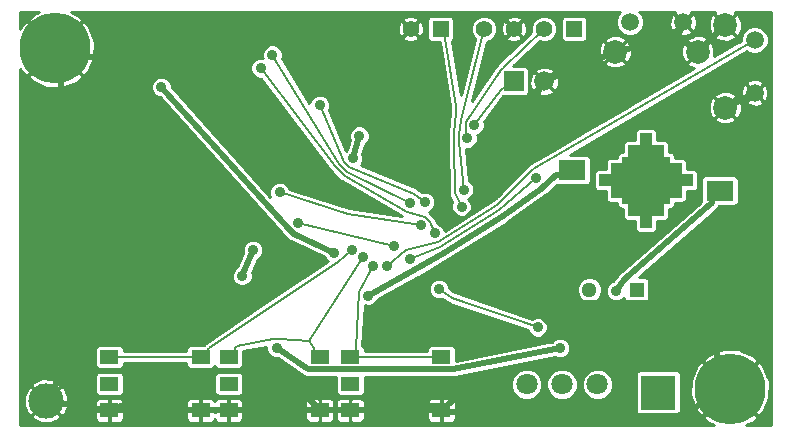
<source format=gbl>
G04 (created by PCBNEW-RS274X (2012-01-19 BZR 3256)-stable) date 24/12/2012 01:38:17*
G01*
G70*
G90*
%MOIN*%
G04 Gerber Fmt 3.4, Leading zero omitted, Abs format*
%FSLAX34Y34*%
G04 APERTURE LIST*
%ADD10C,0.006000*%
%ADD11C,0.070900*%
%ADD12R,0.118100X0.118100*%
%ADD13C,0.118100*%
%ADD14R,0.055100X0.055100*%
%ADD15C,0.055100*%
%ADD16R,0.039400X0.039400*%
%ADD17R,0.090600X0.068900*%
%ADD18R,0.066000X0.066000*%
%ADD19C,0.066000*%
%ADD20C,0.236200*%
%ADD21R,0.051200X0.051200*%
%ADD22C,0.051200*%
%ADD23R,0.063000X0.047200*%
%ADD24C,0.059100*%
%ADD25C,0.078700*%
%ADD26R,0.055000X0.055000*%
%ADD27C,0.055000*%
%ADD28C,0.035400*%
%ADD29C,0.019700*%
%ADD30C,0.007900*%
%ADD31C,0.010000*%
G04 APERTURE END LIST*
G54D10*
G54D11*
X65050Y-40150D03*
X66231Y-40150D03*
X63869Y-40150D03*
G54D12*
X68262Y-40435D03*
G54D13*
X47850Y-40700D03*
G54D14*
X65450Y-28300D03*
G54D15*
X64450Y-28300D03*
X63450Y-28300D03*
X62450Y-28300D03*
G54D16*
X68047Y-33153D03*
X67653Y-33153D03*
X67653Y-33547D03*
X68047Y-33547D03*
X68441Y-33547D03*
X68441Y-33153D03*
X68441Y-32759D03*
X68047Y-32759D03*
X67653Y-32759D03*
X67259Y-32759D03*
X67259Y-33153D03*
X67259Y-33547D03*
X67259Y-33941D03*
X67653Y-33941D03*
X68047Y-33941D03*
X68441Y-33941D03*
X68834Y-32956D03*
X68834Y-33350D03*
X68834Y-33744D03*
X68244Y-32366D03*
X67850Y-32366D03*
X67456Y-32366D03*
X66866Y-32956D03*
X66866Y-33350D03*
X66866Y-33744D03*
X67456Y-34334D03*
X67850Y-34334D03*
X68244Y-34334D03*
X66472Y-33350D03*
X67850Y-31972D03*
X69228Y-33350D03*
X67850Y-34728D03*
G54D17*
X65389Y-33007D03*
X70311Y-33693D03*
G54D18*
X63450Y-30050D03*
G54D19*
X64450Y-30050D03*
G54D20*
X48150Y-28950D03*
X70650Y-40300D03*
G54D21*
X67537Y-37000D03*
G54D22*
X65963Y-37000D03*
G54D23*
X49960Y-39237D03*
X49960Y-41017D03*
X53000Y-39237D03*
X53000Y-41017D03*
X49964Y-40127D03*
X57988Y-39237D03*
X57988Y-41017D03*
X61028Y-39237D03*
X61028Y-41017D03*
X57992Y-40127D03*
X53940Y-39237D03*
X53940Y-41017D03*
X56980Y-39237D03*
X56980Y-41017D03*
X53944Y-40127D03*
G54D24*
X71469Y-28664D03*
X71469Y-30436D03*
G54D25*
X70485Y-28172D03*
X70485Y-30928D03*
G54D24*
X67314Y-28081D03*
X69086Y-28081D03*
G54D25*
X66822Y-29065D03*
X69578Y-29065D03*
G54D26*
X61000Y-28300D03*
G54D27*
X60000Y-28300D03*
G54D28*
X58295Y-31862D03*
X58079Y-32614D03*
X57445Y-35760D03*
X51693Y-30240D03*
X54744Y-35665D03*
X54390Y-36528D03*
X60354Y-34850D03*
X55634Y-33736D03*
X58051Y-35673D03*
X58421Y-35917D03*
X58752Y-36201D03*
X59205Y-36197D03*
X59984Y-35980D03*
X64189Y-33280D03*
X56260Y-34783D03*
X59453Y-35551D03*
X60480Y-34071D03*
X56972Y-30839D03*
X55004Y-29610D03*
X60799Y-35114D03*
X59996Y-34106D03*
X55394Y-29161D03*
X64980Y-38937D03*
X55539Y-38941D03*
X66850Y-37043D03*
X58583Y-37189D03*
X61898Y-31953D03*
X61780Y-33654D03*
X61701Y-34224D03*
X64236Y-38248D03*
X60949Y-36969D03*
X61508Y-36969D03*
X59291Y-30787D03*
X57035Y-33043D03*
X59291Y-29291D03*
X63252Y-32413D03*
X68189Y-29606D03*
X64433Y-37236D03*
X60358Y-32634D03*
X58043Y-34181D03*
X58031Y-30787D03*
X62677Y-29213D03*
X61811Y-29134D03*
X63071Y-31102D03*
X62441Y-32598D03*
X65984Y-30157D03*
X59764Y-32634D03*
X71417Y-34567D03*
X49291Y-38268D03*
X68976Y-36693D03*
X68583Y-39134D03*
X63307Y-35984D03*
X63622Y-34961D03*
X61811Y-37874D03*
X59528Y-40394D03*
X61220Y-30992D03*
X52520Y-40157D03*
X65512Y-34016D03*
X49291Y-36850D03*
X49134Y-34016D03*
X51575Y-33858D03*
X48583Y-31654D03*
X51811Y-31732D03*
X55669Y-31181D03*
X62768Y-33886D03*
X69547Y-37402D03*
X64795Y-36272D03*
X61775Y-39050D03*
X69764Y-32835D03*
X62205Y-40079D03*
X57874Y-29134D03*
X61024Y-33937D03*
X64961Y-31575D03*
X69370Y-31102D03*
X70409Y-35276D03*
X53307Y-30157D03*
X56220Y-40236D03*
X71575Y-32520D03*
X62130Y-31512D03*
G54D29*
X58079Y-32614D02*
X58295Y-31862D01*
X57445Y-35760D02*
X56113Y-35138D01*
X56113Y-35138D02*
X55905Y-34930D01*
X55905Y-34930D02*
X51693Y-30240D01*
X54744Y-35665D02*
X54390Y-36528D01*
G54D30*
X57921Y-34477D02*
X60354Y-34850D01*
X55634Y-33736D02*
X57921Y-34477D01*
X53290Y-38942D02*
X53256Y-38976D01*
X53256Y-38976D02*
X53256Y-39025D01*
X50235Y-39237D02*
X49960Y-39237D01*
X50275Y-39237D02*
X50235Y-39237D01*
X52685Y-39237D02*
X50275Y-39237D01*
X52724Y-39237D02*
X52685Y-39237D01*
X57567Y-36055D02*
X53290Y-38942D01*
X58051Y-35673D02*
X57567Y-36055D01*
X53000Y-39237D02*
X52724Y-39237D01*
X53256Y-39025D02*
X53248Y-39087D01*
X55417Y-38645D02*
X55662Y-38645D01*
X56784Y-39001D02*
X56784Y-38952D01*
X55662Y-38645D02*
X56626Y-38697D01*
X54137Y-39001D02*
X54137Y-38952D01*
X54137Y-39041D02*
X54137Y-39001D01*
X53940Y-39237D02*
X54137Y-39041D01*
X54137Y-38952D02*
X54206Y-38883D01*
X56980Y-39237D02*
X56784Y-39041D01*
X54206Y-38883D02*
X55417Y-38645D01*
X56626Y-38697D02*
X58421Y-35917D01*
X56784Y-39041D02*
X56784Y-39001D01*
X56784Y-38952D02*
X56626Y-38697D01*
X57988Y-39237D02*
X58184Y-39041D01*
X58184Y-39041D02*
X58184Y-39001D01*
X58184Y-39001D02*
X58184Y-38952D01*
X60752Y-39237D02*
X61028Y-39237D01*
X60713Y-39237D02*
X60752Y-39237D01*
X58303Y-39237D02*
X60713Y-39237D01*
X58263Y-39237D02*
X58303Y-39237D01*
X58184Y-38952D02*
X58287Y-37067D01*
X58287Y-37067D02*
X58752Y-36201D01*
X57988Y-39237D02*
X58263Y-39237D01*
X64067Y-32984D02*
X71469Y-28664D01*
X62890Y-34181D02*
X63063Y-34008D01*
X60922Y-35410D02*
X62890Y-34181D01*
X59862Y-35685D02*
X60922Y-35410D01*
X59205Y-36197D02*
X59862Y-35685D01*
X63893Y-33157D02*
X64067Y-32984D01*
X63063Y-34008D02*
X63893Y-33157D01*
X59984Y-35980D02*
X60987Y-35568D01*
X60987Y-35568D02*
X62956Y-34339D01*
X62956Y-34339D02*
X64189Y-33280D01*
X56260Y-34783D02*
X59453Y-35551D01*
X60119Y-33811D02*
X60480Y-34071D01*
X57956Y-32910D02*
X60119Y-33811D01*
X57783Y-32737D02*
X57956Y-32910D01*
X56972Y-30839D02*
X57783Y-32737D01*
X59874Y-34402D02*
X60477Y-34555D01*
X57808Y-33208D02*
X59874Y-34402D01*
X55004Y-29610D02*
X57485Y-32885D01*
X57485Y-32885D02*
X57808Y-33208D01*
X60650Y-34728D02*
X60799Y-35114D01*
X60477Y-34555D02*
X60650Y-34728D01*
X55394Y-29161D02*
X57625Y-32802D01*
X57891Y-33068D02*
X59996Y-34106D01*
X57625Y-32802D02*
X57891Y-33068D01*
G54D29*
X56592Y-39651D02*
X61269Y-39651D01*
X61416Y-39651D02*
X64980Y-38937D01*
X66850Y-37043D02*
X67104Y-36671D01*
X67104Y-36671D02*
X67208Y-36567D01*
X67208Y-36567D02*
X69931Y-34215D01*
X69931Y-34215D02*
X70035Y-34111D01*
X70035Y-34111D02*
X70035Y-34037D01*
X70035Y-33939D02*
X70311Y-33693D01*
X70035Y-34037D02*
X70035Y-33939D01*
X61269Y-39651D02*
X61416Y-39651D01*
X55539Y-38941D02*
X56592Y-39651D01*
X64936Y-33174D02*
X65035Y-33174D01*
X58583Y-37189D02*
X60131Y-36335D01*
X63072Y-34530D02*
X64336Y-33634D01*
X61104Y-35758D02*
X63072Y-34530D01*
X60131Y-36335D02*
X61104Y-35758D01*
X64336Y-33634D02*
X64863Y-33174D01*
X65035Y-33174D02*
X65389Y-33007D01*
X64863Y-33174D02*
X64936Y-33174D01*
G54D30*
X63071Y-29602D02*
X64450Y-28300D01*
X63002Y-29671D02*
X63071Y-29602D01*
X61834Y-31389D02*
X63002Y-29671D01*
X61834Y-31634D02*
X61834Y-31389D01*
X61898Y-31953D02*
X61834Y-31634D01*
X61780Y-33654D02*
X61602Y-32075D01*
X61602Y-32075D02*
X61602Y-31830D01*
X61602Y-31830D02*
X61676Y-31324D01*
X61676Y-31324D02*
X62450Y-28300D01*
X61157Y-28535D02*
X61000Y-28300D01*
X61444Y-31765D02*
X61516Y-31115D01*
X61157Y-28575D02*
X61157Y-28535D01*
X61516Y-30870D02*
X61157Y-28624D01*
X61701Y-34224D02*
X61484Y-33776D01*
X61484Y-33776D02*
X61444Y-32141D01*
X61157Y-28624D02*
X61157Y-28575D01*
X61516Y-31115D02*
X61516Y-30870D01*
X61444Y-32141D02*
X61444Y-31765D01*
X61385Y-37264D02*
X60949Y-36969D01*
X64236Y-38248D02*
X61385Y-37264D01*
G54D29*
X60713Y-41017D02*
X58303Y-41017D01*
X51575Y-33858D02*
X49134Y-34016D01*
X48583Y-31654D02*
X48150Y-28950D01*
X51811Y-31732D02*
X48583Y-31654D01*
X57771Y-41017D02*
X57673Y-41017D01*
X61811Y-37874D02*
X61775Y-39050D01*
X60684Y-32014D02*
X61220Y-30992D01*
X61024Y-33937D02*
X60684Y-32014D01*
X62441Y-32598D02*
X63252Y-32413D01*
X63963Y-31010D02*
X64450Y-30050D01*
X49291Y-36850D02*
X49291Y-38268D01*
X63622Y-34961D02*
X65512Y-34016D01*
X63307Y-35984D02*
X63622Y-34961D01*
X63307Y-35984D02*
X64433Y-37236D01*
X68976Y-36693D02*
X69547Y-37402D01*
X62205Y-40079D02*
X61028Y-41017D01*
X59528Y-40394D02*
X61028Y-41017D01*
X56220Y-40236D02*
X56980Y-41017D01*
X52520Y-40157D02*
X49960Y-41017D01*
X49291Y-38268D02*
X47850Y-40700D01*
X63071Y-31102D02*
X63963Y-31010D01*
X52685Y-41017D02*
X50275Y-41017D01*
X51840Y-29886D02*
X48150Y-28950D01*
X55049Y-31836D02*
X51840Y-29886D01*
X55669Y-31181D02*
X55049Y-31836D01*
X70650Y-40300D02*
X69547Y-37402D01*
X49571Y-40958D02*
X47850Y-40700D01*
X49743Y-40958D02*
X49645Y-40958D01*
X49960Y-41017D02*
X49743Y-40958D01*
X50176Y-41017D02*
X49960Y-41017D01*
X50275Y-41017D02*
X50176Y-41017D01*
X51811Y-31732D02*
X51575Y-33858D01*
X52783Y-41017D02*
X52685Y-41017D01*
X53000Y-41017D02*
X52783Y-41017D01*
X57197Y-41017D02*
X56980Y-41017D01*
X57295Y-41017D02*
X57197Y-41017D01*
X57673Y-41017D02*
X57295Y-41017D01*
X54255Y-41017D02*
X54157Y-41017D01*
X61416Y-41076D02*
X67598Y-41203D01*
X61343Y-41076D02*
X61416Y-41076D01*
X57988Y-41017D02*
X57771Y-41017D01*
X58204Y-41017D02*
X57988Y-41017D01*
X60811Y-41017D02*
X60713Y-41017D01*
X61028Y-41017D02*
X60811Y-41017D01*
X53940Y-41017D02*
X53724Y-41017D01*
X54157Y-41017D02*
X53940Y-41017D01*
X67719Y-37433D02*
X67866Y-37433D01*
X65783Y-37433D02*
X67719Y-37433D01*
X64433Y-37236D02*
X65783Y-37433D01*
X61244Y-41076D02*
X61343Y-41076D01*
X61028Y-41017D02*
X61244Y-41076D01*
X53216Y-41017D02*
X53000Y-41017D01*
X53315Y-41017D02*
X53216Y-41017D01*
X53625Y-41017D02*
X53315Y-41017D01*
X53724Y-41017D02*
X53625Y-41017D01*
X68926Y-41203D02*
X70650Y-40300D01*
X66822Y-29065D02*
X64450Y-30050D01*
X68779Y-41203D02*
X68926Y-41203D01*
X57035Y-33043D02*
X55049Y-31836D01*
X67598Y-41203D02*
X68779Y-41203D01*
X60358Y-32634D02*
X59764Y-32634D01*
X56665Y-41017D02*
X54255Y-41017D01*
X56764Y-41017D02*
X56665Y-41017D01*
X56980Y-41017D02*
X56764Y-41017D01*
X70485Y-30928D02*
X71469Y-30436D01*
X68906Y-28563D02*
X69578Y-29065D01*
X68906Y-28563D02*
X66822Y-29065D01*
X60358Y-32634D02*
X60684Y-32014D01*
X58043Y-34181D02*
X57035Y-33043D01*
X62768Y-33886D02*
X63252Y-32413D01*
X64795Y-36272D02*
X64433Y-37236D01*
X61508Y-36969D02*
X64433Y-37236D01*
X67866Y-37433D02*
X69547Y-37402D01*
X69086Y-28081D02*
X68906Y-28563D01*
X63252Y-32413D02*
X63963Y-31010D01*
X70409Y-35276D02*
X69547Y-37402D01*
X58303Y-41017D02*
X58204Y-41017D01*
X49645Y-40958D02*
X49571Y-40958D01*
X69578Y-29065D02*
X70485Y-28172D01*
G54D30*
X63071Y-30262D02*
X63120Y-30262D01*
X63160Y-30262D02*
X63450Y-30050D01*
X63120Y-30262D02*
X63160Y-30262D01*
X63002Y-30331D02*
X63071Y-30262D01*
X62130Y-31512D02*
X63002Y-30331D01*
G54D10*
G36*
X72007Y-41507D02*
X71980Y-41507D01*
X71980Y-40080D01*
X71932Y-39952D01*
X71932Y-28756D01*
X71932Y-28572D01*
X71862Y-28402D01*
X71731Y-28272D01*
X71561Y-28201D01*
X71377Y-28201D01*
X71207Y-28271D01*
X71077Y-28402D01*
X71037Y-28497D01*
X71037Y-28076D01*
X70957Y-27872D01*
X70943Y-27850D01*
X70858Y-27812D01*
X70498Y-28172D01*
X70858Y-28532D01*
X70943Y-28494D01*
X71032Y-28294D01*
X71037Y-28076D01*
X71037Y-28497D01*
X71006Y-28572D01*
X71006Y-28689D01*
X70845Y-28782D01*
X70845Y-28545D01*
X70485Y-28185D01*
X70472Y-28198D01*
X70472Y-28172D01*
X70112Y-27812D01*
X70027Y-27850D01*
X69938Y-28050D01*
X69933Y-28268D01*
X70013Y-28472D01*
X70027Y-28494D01*
X70112Y-28532D01*
X70472Y-28172D01*
X70472Y-28198D01*
X70125Y-28545D01*
X70163Y-28630D01*
X70363Y-28719D01*
X70581Y-28724D01*
X70785Y-28644D01*
X70807Y-28630D01*
X70845Y-28545D01*
X70845Y-28782D01*
X70114Y-29209D01*
X70125Y-29187D01*
X70130Y-28969D01*
X70050Y-28765D01*
X70036Y-28743D01*
X69951Y-28705D01*
X69938Y-28718D01*
X69938Y-28692D01*
X69900Y-28607D01*
X69700Y-28518D01*
X69541Y-28514D01*
X69541Y-28000D01*
X69475Y-27832D01*
X69465Y-27817D01*
X69389Y-27790D01*
X69099Y-28081D01*
X69389Y-28372D01*
X69465Y-28345D01*
X69537Y-28180D01*
X69541Y-28000D01*
X69541Y-28514D01*
X69482Y-28513D01*
X69377Y-28554D01*
X69377Y-28384D01*
X69086Y-28094D01*
X69073Y-28106D01*
X69073Y-28081D01*
X68783Y-27790D01*
X68707Y-27817D01*
X68635Y-27982D01*
X68631Y-28162D01*
X68697Y-28330D01*
X68707Y-28345D01*
X68783Y-28372D01*
X69073Y-28081D01*
X69073Y-28106D01*
X68795Y-28384D01*
X68822Y-28460D01*
X68987Y-28532D01*
X69167Y-28536D01*
X69335Y-28470D01*
X69350Y-28460D01*
X69377Y-28384D01*
X69377Y-28554D01*
X69278Y-28593D01*
X69256Y-28607D01*
X69218Y-28692D01*
X69578Y-29052D01*
X69938Y-28692D01*
X69938Y-28718D01*
X69626Y-29030D01*
X69591Y-29065D01*
X69578Y-29078D01*
X69565Y-29091D01*
X69565Y-29065D01*
X69205Y-28705D01*
X69120Y-28743D01*
X69031Y-28943D01*
X69026Y-29161D01*
X69106Y-29365D01*
X69120Y-29387D01*
X69205Y-29425D01*
X69565Y-29065D01*
X69565Y-29091D01*
X69543Y-29113D01*
X69218Y-29438D01*
X69256Y-29523D01*
X69439Y-29604D01*
X67374Y-30811D01*
X67374Y-28969D01*
X67294Y-28765D01*
X67280Y-28743D01*
X67195Y-28705D01*
X67182Y-28718D01*
X67182Y-28692D01*
X67144Y-28607D01*
X66944Y-28518D01*
X66726Y-28513D01*
X66522Y-28593D01*
X66500Y-28607D01*
X66462Y-28692D01*
X66822Y-29052D01*
X67182Y-28692D01*
X67182Y-28718D01*
X66835Y-29065D01*
X67195Y-29425D01*
X67280Y-29387D01*
X67369Y-29187D01*
X67374Y-28969D01*
X67374Y-30811D01*
X67182Y-30923D01*
X67182Y-29438D01*
X66822Y-29078D01*
X66809Y-29091D01*
X66809Y-29065D01*
X66449Y-28705D01*
X66364Y-28743D01*
X66275Y-28943D01*
X66270Y-29161D01*
X66350Y-29365D01*
X66364Y-29387D01*
X66449Y-29425D01*
X66809Y-29065D01*
X66809Y-29091D01*
X66462Y-29438D01*
X66500Y-29523D01*
X66700Y-29612D01*
X66918Y-29617D01*
X67122Y-29537D01*
X67144Y-29523D01*
X67182Y-29438D01*
X67182Y-30923D01*
X65893Y-31676D01*
X65893Y-28609D01*
X65893Y-28542D01*
X65893Y-27992D01*
X65868Y-27930D01*
X65820Y-27883D01*
X65759Y-27857D01*
X65692Y-27857D01*
X65142Y-27857D01*
X65080Y-27882D01*
X65033Y-27930D01*
X65007Y-27991D01*
X65007Y-28058D01*
X65007Y-28608D01*
X65032Y-28670D01*
X65080Y-28717D01*
X65141Y-28743D01*
X65208Y-28743D01*
X65758Y-28743D01*
X65820Y-28718D01*
X65867Y-28670D01*
X65893Y-28609D01*
X65893Y-31676D01*
X64939Y-32234D01*
X64939Y-29962D01*
X64892Y-29840D01*
X64892Y-28388D01*
X64892Y-28212D01*
X64825Y-28050D01*
X64700Y-27925D01*
X64538Y-27858D01*
X64362Y-27858D01*
X64200Y-27925D01*
X64075Y-28050D01*
X64008Y-28212D01*
X64008Y-28388D01*
X64020Y-28418D01*
X63885Y-28545D01*
X63885Y-28222D01*
X63822Y-28061D01*
X63813Y-28048D01*
X63739Y-28024D01*
X63726Y-28037D01*
X63726Y-28011D01*
X63702Y-27937D01*
X63544Y-27868D01*
X63372Y-27865D01*
X63211Y-27928D01*
X63198Y-27937D01*
X63174Y-28011D01*
X63450Y-28287D01*
X63726Y-28011D01*
X63726Y-28037D01*
X63463Y-28300D01*
X63739Y-28576D01*
X63813Y-28552D01*
X63882Y-28394D01*
X63885Y-28222D01*
X63885Y-28545D01*
X63726Y-28696D01*
X63726Y-28589D01*
X63450Y-28313D01*
X63437Y-28326D01*
X63437Y-28300D01*
X63161Y-28024D01*
X63087Y-28048D01*
X63018Y-28206D01*
X63015Y-28378D01*
X63078Y-28539D01*
X63087Y-28552D01*
X63161Y-28576D01*
X63437Y-28300D01*
X63437Y-28326D01*
X63174Y-28589D01*
X63198Y-28663D01*
X63356Y-28732D01*
X63528Y-28735D01*
X63689Y-28672D01*
X63702Y-28663D01*
X63726Y-28589D01*
X63726Y-28696D01*
X62929Y-29452D01*
X62928Y-29453D01*
X62924Y-29456D01*
X62856Y-29525D01*
X62847Y-29538D01*
X62830Y-29555D01*
X62047Y-30706D01*
X62554Y-28735D01*
X62700Y-28675D01*
X62825Y-28550D01*
X62892Y-28388D01*
X62892Y-28212D01*
X62825Y-28050D01*
X62700Y-27925D01*
X62538Y-27858D01*
X62362Y-27858D01*
X62200Y-27925D01*
X62075Y-28050D01*
X62008Y-28212D01*
X62008Y-28388D01*
X62075Y-28550D01*
X62154Y-28629D01*
X61669Y-30517D01*
X61379Y-28708D01*
X61417Y-28670D01*
X61443Y-28609D01*
X61443Y-28542D01*
X61443Y-27992D01*
X61418Y-27930D01*
X61370Y-27883D01*
X61309Y-27857D01*
X61242Y-27857D01*
X60692Y-27857D01*
X60630Y-27882D01*
X60583Y-27930D01*
X60557Y-27991D01*
X60557Y-28058D01*
X60557Y-28608D01*
X60582Y-28670D01*
X60630Y-28717D01*
X60691Y-28743D01*
X60758Y-28743D01*
X60966Y-28743D01*
X61309Y-30883D01*
X61309Y-31102D01*
X61238Y-31742D01*
X61239Y-31754D01*
X61237Y-31765D01*
X61237Y-32141D01*
X61237Y-32143D01*
X61237Y-32146D01*
X61277Y-33781D01*
X61278Y-33786D01*
X61278Y-33788D01*
X61284Y-33812D01*
X61295Y-33859D01*
X61296Y-33861D01*
X61298Y-33866D01*
X61394Y-34066D01*
X61357Y-34155D01*
X61357Y-34292D01*
X61409Y-34418D01*
X61506Y-34515D01*
X61632Y-34568D01*
X61769Y-34568D01*
X61895Y-34516D01*
X61992Y-34419D01*
X62045Y-34293D01*
X62045Y-34156D01*
X61993Y-34030D01*
X61927Y-33964D01*
X61974Y-33946D01*
X62071Y-33849D01*
X62124Y-33723D01*
X62124Y-33586D01*
X62072Y-33460D01*
X61975Y-33363D01*
X61953Y-33354D01*
X61835Y-32297D01*
X61966Y-32297D01*
X62092Y-32245D01*
X62189Y-32148D01*
X62242Y-32022D01*
X62242Y-31885D01*
X62225Y-31844D01*
X62324Y-31804D01*
X62421Y-31707D01*
X62474Y-31581D01*
X62474Y-31444D01*
X62460Y-31412D01*
X63097Y-30548D01*
X63153Y-30548D01*
X63813Y-30548D01*
X63875Y-30523D01*
X63922Y-30475D01*
X63948Y-30414D01*
X63948Y-30347D01*
X63948Y-29687D01*
X63923Y-29625D01*
X63875Y-29578D01*
X63814Y-29552D01*
X63747Y-29552D01*
X63424Y-29552D01*
X64306Y-28718D01*
X64362Y-28742D01*
X64538Y-28742D01*
X64700Y-28675D01*
X64825Y-28550D01*
X64892Y-28388D01*
X64892Y-29840D01*
X64869Y-29781D01*
X64857Y-29766D01*
X64778Y-29735D01*
X64765Y-29748D01*
X64765Y-29722D01*
X64734Y-29643D01*
X64556Y-29565D01*
X64362Y-29561D01*
X64181Y-29631D01*
X64166Y-29643D01*
X64135Y-29722D01*
X64450Y-30037D01*
X64765Y-29722D01*
X64765Y-29748D01*
X64463Y-30050D01*
X64778Y-30365D01*
X64857Y-30334D01*
X64935Y-30156D01*
X64939Y-29962D01*
X64939Y-32234D01*
X64765Y-32336D01*
X64765Y-30378D01*
X64450Y-30063D01*
X64437Y-30076D01*
X64437Y-30050D01*
X64122Y-29735D01*
X64043Y-29766D01*
X63965Y-29944D01*
X63961Y-30138D01*
X64031Y-30319D01*
X64043Y-30334D01*
X64122Y-30365D01*
X64437Y-30050D01*
X64437Y-30076D01*
X64135Y-30378D01*
X64166Y-30457D01*
X64344Y-30535D01*
X64538Y-30539D01*
X64719Y-30469D01*
X64734Y-30457D01*
X64765Y-30378D01*
X64765Y-32336D01*
X63963Y-32805D01*
X63943Y-32822D01*
X63921Y-32837D01*
X63747Y-33010D01*
X63744Y-33013D01*
X62915Y-33863D01*
X62914Y-33863D01*
X62763Y-34015D01*
X61136Y-35031D01*
X61091Y-34920D01*
X60994Y-34823D01*
X60892Y-34780D01*
X60843Y-34653D01*
X60840Y-34648D01*
X60830Y-34634D01*
X60800Y-34586D01*
X60798Y-34585D01*
X60796Y-34581D01*
X60623Y-34409D01*
X60610Y-34400D01*
X60602Y-34392D01*
X60674Y-34363D01*
X60771Y-34266D01*
X60824Y-34140D01*
X60824Y-34003D01*
X60772Y-33877D01*
X60675Y-33780D01*
X60549Y-33727D01*
X60435Y-33727D01*
X60435Y-28222D01*
X60372Y-28061D01*
X60363Y-28048D01*
X60289Y-28024D01*
X60276Y-28037D01*
X60276Y-28011D01*
X60252Y-27937D01*
X60094Y-27868D01*
X59922Y-27865D01*
X59761Y-27928D01*
X59748Y-27937D01*
X59724Y-28011D01*
X60000Y-28287D01*
X60276Y-28011D01*
X60276Y-28037D01*
X60013Y-28300D01*
X60289Y-28576D01*
X60363Y-28552D01*
X60432Y-28394D01*
X60435Y-28222D01*
X60435Y-33727D01*
X60412Y-33727D01*
X60376Y-33741D01*
X60276Y-33668D01*
X60276Y-28589D01*
X60000Y-28313D01*
X59987Y-28326D01*
X59987Y-28300D01*
X59711Y-28024D01*
X59637Y-28048D01*
X59568Y-28206D01*
X59565Y-28378D01*
X59628Y-28539D01*
X59637Y-28552D01*
X59711Y-28576D01*
X59987Y-28300D01*
X59987Y-28326D01*
X59724Y-28589D01*
X59748Y-28663D01*
X59906Y-28732D01*
X60078Y-28735D01*
X60239Y-28672D01*
X60252Y-28663D01*
X60276Y-28589D01*
X60276Y-33668D01*
X60240Y-33643D01*
X60222Y-33635D01*
X60199Y-33619D01*
X58335Y-32843D01*
X58370Y-32809D01*
X58423Y-32683D01*
X58423Y-32546D01*
X58394Y-32477D01*
X58487Y-32154D01*
X58489Y-32154D01*
X58586Y-32057D01*
X58639Y-31931D01*
X58639Y-31794D01*
X58587Y-31668D01*
X58490Y-31571D01*
X58364Y-31518D01*
X58227Y-31518D01*
X58101Y-31570D01*
X58004Y-31667D01*
X57951Y-31793D01*
X57951Y-31930D01*
X57979Y-31997D01*
X57886Y-32321D01*
X57885Y-32322D01*
X57846Y-32360D01*
X57271Y-31014D01*
X57316Y-30908D01*
X57316Y-30771D01*
X57264Y-30645D01*
X57167Y-30548D01*
X57041Y-30495D01*
X56904Y-30495D01*
X56778Y-30547D01*
X56681Y-30644D01*
X56628Y-30770D01*
X56628Y-30778D01*
X55713Y-29287D01*
X55738Y-29230D01*
X55738Y-29093D01*
X55686Y-28967D01*
X55589Y-28870D01*
X55463Y-28817D01*
X55326Y-28817D01*
X55200Y-28869D01*
X55103Y-28966D01*
X55050Y-29092D01*
X55050Y-29229D01*
X55065Y-29266D01*
X54936Y-29266D01*
X54810Y-29318D01*
X54713Y-29415D01*
X54660Y-29541D01*
X54660Y-29678D01*
X54712Y-29804D01*
X54809Y-29901D01*
X54935Y-29954D01*
X55004Y-29954D01*
X57317Y-33011D01*
X57338Y-33030D01*
X57339Y-33031D01*
X57661Y-33354D01*
X57682Y-33368D01*
X57704Y-33387D01*
X59702Y-34540D01*
X57954Y-34272D01*
X55959Y-33624D01*
X55926Y-33542D01*
X55829Y-33445D01*
X55703Y-33392D01*
X55566Y-33392D01*
X55440Y-33444D01*
X55343Y-33541D01*
X55290Y-33667D01*
X55290Y-33804D01*
X55325Y-33891D01*
X52037Y-30224D01*
X52037Y-30172D01*
X51985Y-30046D01*
X51888Y-29949D01*
X51762Y-29896D01*
X51625Y-29896D01*
X51499Y-29948D01*
X51402Y-30045D01*
X51349Y-30171D01*
X51349Y-30308D01*
X51401Y-30434D01*
X51498Y-30531D01*
X51624Y-30584D01*
X51643Y-30584D01*
X55704Y-35109D01*
X55717Y-35118D01*
X55720Y-35121D01*
X55917Y-35318D01*
X55925Y-35326D01*
X55967Y-35354D01*
X56001Y-35379D01*
X56009Y-35382D01*
X56011Y-35384D01*
X56012Y-35384D01*
X57133Y-35907D01*
X57153Y-35954D01*
X57232Y-36033D01*
X55088Y-37479D01*
X55088Y-35734D01*
X55088Y-35597D01*
X55036Y-35471D01*
X54939Y-35374D01*
X54813Y-35321D01*
X54676Y-35321D01*
X54550Y-35373D01*
X54453Y-35470D01*
X54400Y-35596D01*
X54400Y-35733D01*
X54414Y-35768D01*
X54227Y-36222D01*
X54196Y-36236D01*
X54099Y-36333D01*
X54046Y-36459D01*
X54046Y-36596D01*
X54098Y-36722D01*
X54195Y-36819D01*
X54321Y-36872D01*
X54458Y-36872D01*
X54584Y-36820D01*
X54681Y-36723D01*
X54734Y-36597D01*
X54734Y-36460D01*
X54719Y-36425D01*
X54906Y-35969D01*
X54938Y-35957D01*
X55035Y-35860D01*
X55088Y-35734D01*
X55088Y-37479D01*
X53174Y-38770D01*
X53157Y-38786D01*
X53144Y-38796D01*
X53110Y-38830D01*
X53107Y-38833D01*
X52652Y-38833D01*
X52590Y-38858D01*
X52543Y-38906D01*
X52517Y-38967D01*
X52517Y-39030D01*
X50443Y-39030D01*
X50443Y-38968D01*
X50418Y-38906D01*
X50370Y-38859D01*
X50309Y-38833D01*
X50242Y-38833D01*
X49612Y-38833D01*
X49550Y-38858D01*
X49503Y-38906D01*
X49480Y-38959D01*
X49480Y-28730D01*
X49295Y-28238D01*
X49246Y-28165D01*
X49080Y-28033D01*
X48163Y-28950D01*
X49080Y-29867D01*
X49246Y-29735D01*
X49463Y-29256D01*
X49480Y-28730D01*
X49480Y-38959D01*
X49477Y-38967D01*
X49477Y-39034D01*
X49477Y-39506D01*
X49502Y-39568D01*
X49550Y-39615D01*
X49611Y-39641D01*
X49678Y-39641D01*
X50308Y-39641D01*
X50370Y-39616D01*
X50417Y-39568D01*
X50443Y-39507D01*
X50443Y-39444D01*
X52517Y-39444D01*
X52517Y-39506D01*
X52542Y-39568D01*
X52590Y-39615D01*
X52651Y-39641D01*
X52718Y-39641D01*
X53348Y-39641D01*
X53410Y-39616D01*
X53457Y-39568D01*
X53469Y-39537D01*
X53482Y-39568D01*
X53530Y-39615D01*
X53591Y-39641D01*
X53658Y-39641D01*
X54288Y-39641D01*
X54350Y-39616D01*
X54397Y-39568D01*
X54423Y-39507D01*
X54423Y-39440D01*
X54423Y-39051D01*
X55195Y-38900D01*
X55195Y-39009D01*
X55247Y-39135D01*
X55344Y-39232D01*
X55470Y-39285D01*
X55572Y-39285D01*
X56443Y-39872D01*
X56468Y-39882D01*
X56490Y-39897D01*
X56514Y-39901D01*
X56539Y-39912D01*
X56566Y-39912D01*
X56592Y-39917D01*
X57509Y-39917D01*
X57509Y-39924D01*
X57509Y-40396D01*
X57534Y-40458D01*
X57582Y-40505D01*
X57643Y-40531D01*
X57710Y-40531D01*
X58340Y-40531D01*
X58402Y-40506D01*
X58449Y-40458D01*
X58475Y-40397D01*
X58475Y-40330D01*
X58475Y-39917D01*
X61269Y-39917D01*
X61416Y-39917D01*
X61441Y-39912D01*
X61468Y-39912D01*
X64819Y-39242D01*
X64911Y-39281D01*
X65048Y-39281D01*
X65174Y-39229D01*
X65271Y-39132D01*
X65324Y-39006D01*
X65324Y-38869D01*
X65272Y-38743D01*
X65175Y-38646D01*
X65049Y-38593D01*
X64912Y-38593D01*
X64786Y-38645D01*
X64709Y-38721D01*
X64580Y-38746D01*
X64580Y-38317D01*
X64580Y-38180D01*
X64528Y-38054D01*
X64431Y-37957D01*
X64305Y-37904D01*
X64168Y-37904D01*
X64042Y-37956D01*
X64039Y-37958D01*
X61479Y-37077D01*
X61293Y-36951D01*
X61293Y-36901D01*
X61241Y-36775D01*
X61144Y-36678D01*
X61018Y-36625D01*
X60881Y-36625D01*
X60755Y-36677D01*
X60658Y-36774D01*
X60605Y-36900D01*
X60605Y-37037D01*
X60657Y-37163D01*
X60754Y-37260D01*
X60880Y-37313D01*
X61017Y-37313D01*
X61061Y-37294D01*
X61269Y-37435D01*
X61291Y-37444D01*
X61318Y-37460D01*
X63906Y-38351D01*
X63944Y-38442D01*
X64041Y-38539D01*
X64167Y-38592D01*
X64304Y-38592D01*
X64430Y-38540D01*
X64527Y-38443D01*
X64580Y-38317D01*
X64580Y-38746D01*
X61511Y-39360D01*
X61511Y-38968D01*
X61486Y-38906D01*
X61438Y-38859D01*
X61377Y-38833D01*
X61310Y-38833D01*
X60680Y-38833D01*
X60618Y-38858D01*
X60571Y-38906D01*
X60545Y-38967D01*
X60545Y-39030D01*
X58471Y-39030D01*
X58471Y-38968D01*
X58446Y-38906D01*
X58398Y-38859D01*
X58396Y-38858D01*
X58469Y-37514D01*
X58514Y-37533D01*
X58651Y-37533D01*
X58777Y-37481D01*
X58874Y-37384D01*
X58902Y-37316D01*
X60258Y-36568D01*
X60259Y-36566D01*
X60267Y-36564D01*
X61237Y-35986D01*
X61239Y-35986D01*
X61245Y-35984D01*
X63212Y-34755D01*
X63215Y-34751D01*
X63226Y-34747D01*
X64490Y-33852D01*
X64502Y-33838D01*
X64511Y-33834D01*
X64882Y-33510D01*
X64902Y-33519D01*
X64969Y-33519D01*
X65875Y-33519D01*
X65937Y-33494D01*
X65984Y-33446D01*
X66010Y-33385D01*
X66010Y-33318D01*
X66010Y-32630D01*
X65985Y-32568D01*
X65937Y-32521D01*
X65876Y-32495D01*
X65809Y-32495D01*
X65314Y-32495D01*
X71204Y-29053D01*
X71207Y-29056D01*
X71377Y-29127D01*
X71561Y-29127D01*
X71731Y-29057D01*
X71861Y-28926D01*
X71932Y-28756D01*
X71932Y-39952D01*
X71924Y-39931D01*
X71924Y-30355D01*
X71858Y-30187D01*
X71848Y-30172D01*
X71772Y-30145D01*
X71760Y-30157D01*
X71760Y-30133D01*
X71733Y-30057D01*
X71568Y-29985D01*
X71388Y-29981D01*
X71220Y-30047D01*
X71205Y-30057D01*
X71178Y-30133D01*
X71469Y-30423D01*
X71760Y-30133D01*
X71760Y-30157D01*
X71482Y-30436D01*
X71772Y-30727D01*
X71848Y-30700D01*
X71920Y-30535D01*
X71924Y-30355D01*
X71924Y-39931D01*
X71795Y-39588D01*
X71760Y-39535D01*
X71760Y-30739D01*
X71469Y-30449D01*
X71456Y-30461D01*
X71456Y-30436D01*
X71166Y-30145D01*
X71090Y-30172D01*
X71018Y-30337D01*
X71014Y-30517D01*
X71080Y-30685D01*
X71090Y-30700D01*
X71166Y-30727D01*
X71456Y-30436D01*
X71456Y-30461D01*
X71178Y-30739D01*
X71205Y-30815D01*
X71370Y-30887D01*
X71550Y-30891D01*
X71718Y-30825D01*
X71733Y-30815D01*
X71760Y-30739D01*
X71760Y-39535D01*
X71746Y-39515D01*
X71580Y-39383D01*
X71567Y-39396D01*
X71567Y-39370D01*
X71435Y-39204D01*
X71037Y-39023D01*
X71037Y-30832D01*
X70957Y-30628D01*
X70943Y-30606D01*
X70858Y-30568D01*
X70845Y-30581D01*
X70845Y-30555D01*
X70807Y-30470D01*
X70607Y-30381D01*
X70389Y-30376D01*
X70185Y-30456D01*
X70163Y-30470D01*
X70125Y-30555D01*
X70485Y-30915D01*
X70845Y-30555D01*
X70845Y-30581D01*
X70498Y-30928D01*
X70858Y-31288D01*
X70943Y-31250D01*
X71032Y-31050D01*
X71037Y-30832D01*
X71037Y-39023D01*
X70956Y-38987D01*
X70932Y-38986D01*
X70932Y-34071D01*
X70932Y-34004D01*
X70932Y-33316D01*
X70907Y-33254D01*
X70859Y-33207D01*
X70845Y-33201D01*
X70845Y-31301D01*
X70485Y-30941D01*
X70472Y-30954D01*
X70472Y-30928D01*
X70112Y-30568D01*
X70027Y-30606D01*
X69938Y-30806D01*
X69933Y-31024D01*
X70013Y-31228D01*
X70027Y-31250D01*
X70112Y-31288D01*
X70472Y-30928D01*
X70472Y-30954D01*
X70125Y-31301D01*
X70163Y-31386D01*
X70363Y-31475D01*
X70581Y-31480D01*
X70785Y-31400D01*
X70807Y-31386D01*
X70845Y-31301D01*
X70845Y-33201D01*
X70798Y-33181D01*
X70731Y-33181D01*
X69825Y-33181D01*
X69763Y-33206D01*
X69716Y-33254D01*
X69690Y-33315D01*
X69690Y-33382D01*
X69690Y-34070D01*
X69691Y-34072D01*
X69593Y-34156D01*
X69593Y-33581D01*
X69593Y-33514D01*
X69593Y-33120D01*
X69568Y-33058D01*
X69520Y-33011D01*
X69459Y-32985D01*
X69392Y-32985D01*
X69199Y-32985D01*
X69199Y-32726D01*
X69174Y-32664D01*
X69126Y-32617D01*
X69065Y-32591D01*
X68998Y-32591D01*
X68806Y-32591D01*
X68806Y-32529D01*
X68781Y-32467D01*
X68733Y-32420D01*
X68672Y-32394D01*
X68609Y-32394D01*
X68609Y-32136D01*
X68584Y-32074D01*
X68536Y-32027D01*
X68475Y-32001D01*
X68408Y-32001D01*
X68215Y-32001D01*
X68215Y-31742D01*
X68190Y-31680D01*
X68142Y-31633D01*
X68081Y-31607D01*
X68014Y-31607D01*
X67620Y-31607D01*
X67558Y-31632D01*
X67511Y-31680D01*
X67485Y-31741D01*
X67485Y-31808D01*
X67485Y-32001D01*
X67226Y-32001D01*
X67164Y-32026D01*
X67117Y-32074D01*
X67091Y-32135D01*
X67091Y-32202D01*
X67091Y-32394D01*
X67029Y-32394D01*
X66967Y-32419D01*
X66920Y-32467D01*
X66894Y-32528D01*
X66894Y-32591D01*
X66636Y-32591D01*
X66574Y-32616D01*
X66527Y-32664D01*
X66501Y-32725D01*
X66501Y-32792D01*
X66501Y-32985D01*
X66242Y-32985D01*
X66180Y-33010D01*
X66133Y-33058D01*
X66107Y-33119D01*
X66107Y-33186D01*
X66107Y-33580D01*
X66132Y-33642D01*
X66180Y-33689D01*
X66241Y-33715D01*
X66308Y-33715D01*
X66501Y-33715D01*
X66501Y-33974D01*
X66526Y-34036D01*
X66574Y-34083D01*
X66635Y-34109D01*
X66702Y-34109D01*
X66894Y-34109D01*
X66894Y-34171D01*
X66919Y-34233D01*
X66967Y-34280D01*
X67028Y-34306D01*
X67091Y-34306D01*
X67091Y-34564D01*
X67116Y-34626D01*
X67164Y-34673D01*
X67225Y-34699D01*
X67292Y-34699D01*
X67485Y-34699D01*
X67485Y-34958D01*
X67510Y-35020D01*
X67558Y-35067D01*
X67619Y-35093D01*
X67686Y-35093D01*
X68080Y-35093D01*
X68142Y-35068D01*
X68189Y-35020D01*
X68215Y-34959D01*
X68215Y-34892D01*
X68215Y-34699D01*
X68474Y-34699D01*
X68536Y-34674D01*
X68583Y-34626D01*
X68609Y-34565D01*
X68609Y-34498D01*
X68609Y-34306D01*
X68671Y-34306D01*
X68733Y-34281D01*
X68780Y-34233D01*
X68806Y-34172D01*
X68806Y-34109D01*
X69064Y-34109D01*
X69126Y-34084D01*
X69173Y-34036D01*
X69199Y-33975D01*
X69199Y-33908D01*
X69199Y-33715D01*
X69458Y-33715D01*
X69520Y-33690D01*
X69567Y-33642D01*
X69593Y-33581D01*
X69593Y-34156D01*
X67034Y-36366D01*
X67027Y-36373D01*
X67020Y-36379D01*
X66916Y-36483D01*
X66903Y-36502D01*
X66884Y-36521D01*
X66754Y-36710D01*
X66656Y-36751D01*
X66559Y-36848D01*
X66506Y-36974D01*
X66506Y-37111D01*
X66558Y-37237D01*
X66655Y-37334D01*
X66781Y-37387D01*
X66918Y-37387D01*
X67044Y-37335D01*
X67113Y-37266D01*
X67113Y-37289D01*
X67138Y-37351D01*
X67186Y-37398D01*
X67247Y-37424D01*
X67314Y-37424D01*
X67826Y-37424D01*
X67888Y-37399D01*
X67935Y-37351D01*
X67961Y-37290D01*
X67961Y-37223D01*
X67961Y-36711D01*
X67936Y-36649D01*
X67888Y-36602D01*
X67827Y-36576D01*
X67760Y-36576D01*
X67604Y-36576D01*
X70105Y-34417D01*
X70112Y-34407D01*
X70119Y-34403D01*
X70223Y-34299D01*
X70281Y-34213D01*
X70282Y-34205D01*
X70797Y-34205D01*
X70859Y-34180D01*
X70906Y-34132D01*
X70932Y-34071D01*
X70932Y-38986D01*
X70430Y-38970D01*
X69938Y-39155D01*
X69865Y-39204D01*
X69733Y-39370D01*
X70650Y-40287D01*
X71567Y-39370D01*
X71567Y-39396D01*
X70663Y-40300D01*
X71580Y-41217D01*
X71746Y-41085D01*
X71963Y-40606D01*
X71980Y-40080D01*
X71980Y-41507D01*
X71197Y-41507D01*
X71362Y-41445D01*
X71435Y-41396D01*
X71567Y-41230D01*
X70650Y-40313D01*
X70637Y-40326D01*
X70637Y-40300D01*
X69720Y-39383D01*
X69554Y-39515D01*
X69337Y-39994D01*
X69320Y-40520D01*
X69505Y-41012D01*
X69554Y-41085D01*
X69720Y-41217D01*
X70637Y-40300D01*
X70637Y-40326D01*
X69733Y-41230D01*
X69865Y-41396D01*
X70110Y-41507D01*
X69020Y-41507D01*
X69020Y-41059D01*
X69020Y-40992D01*
X69020Y-39812D01*
X68995Y-39750D01*
X68947Y-39703D01*
X68886Y-39677D01*
X68819Y-39677D01*
X67639Y-39677D01*
X67577Y-39702D01*
X67530Y-39750D01*
X67504Y-39811D01*
X67504Y-39878D01*
X67504Y-41058D01*
X67529Y-41120D01*
X67577Y-41167D01*
X67638Y-41193D01*
X67705Y-41193D01*
X68885Y-41193D01*
X68947Y-41168D01*
X68994Y-41120D01*
X69020Y-41059D01*
X69020Y-41507D01*
X66753Y-41507D01*
X66753Y-40255D01*
X66753Y-40047D01*
X66674Y-39855D01*
X66527Y-39708D01*
X66387Y-39649D01*
X66387Y-37085D01*
X66387Y-36916D01*
X66323Y-36760D01*
X66203Y-36641D01*
X66048Y-36576D01*
X65879Y-36576D01*
X65723Y-36640D01*
X65604Y-36760D01*
X65539Y-36915D01*
X65539Y-37084D01*
X65603Y-37240D01*
X65723Y-37359D01*
X65878Y-37424D01*
X66047Y-37424D01*
X66203Y-37360D01*
X66322Y-37240D01*
X66387Y-37085D01*
X66387Y-39649D01*
X66336Y-39628D01*
X66128Y-39628D01*
X65936Y-39707D01*
X65789Y-39854D01*
X65709Y-40045D01*
X65709Y-40253D01*
X65788Y-40445D01*
X65935Y-40592D01*
X66126Y-40672D01*
X66334Y-40672D01*
X66526Y-40593D01*
X66673Y-40446D01*
X66753Y-40255D01*
X66753Y-41507D01*
X65572Y-41507D01*
X65572Y-40255D01*
X65572Y-40047D01*
X65493Y-39855D01*
X65346Y-39708D01*
X65155Y-39628D01*
X64947Y-39628D01*
X64755Y-39707D01*
X64608Y-39854D01*
X64528Y-40045D01*
X64528Y-40253D01*
X64607Y-40445D01*
X64754Y-40592D01*
X64945Y-40672D01*
X65153Y-40672D01*
X65345Y-40593D01*
X65492Y-40446D01*
X65572Y-40255D01*
X65572Y-41507D01*
X64391Y-41507D01*
X64391Y-40255D01*
X64391Y-40047D01*
X64312Y-39855D01*
X64165Y-39708D01*
X63974Y-39628D01*
X63766Y-39628D01*
X63574Y-39707D01*
X63427Y-39854D01*
X63347Y-40045D01*
X63347Y-40253D01*
X63426Y-40445D01*
X63573Y-40592D01*
X63764Y-40672D01*
X63972Y-40672D01*
X64164Y-40593D01*
X64311Y-40446D01*
X64391Y-40255D01*
X64391Y-41507D01*
X61511Y-41507D01*
X61511Y-41287D01*
X61511Y-41220D01*
X61511Y-41068D01*
X61511Y-40966D01*
X61511Y-40814D01*
X61511Y-40747D01*
X61485Y-40686D01*
X61438Y-40638D01*
X61376Y-40613D01*
X61079Y-40613D01*
X61037Y-40655D01*
X61037Y-41008D01*
X61469Y-41008D01*
X61511Y-40966D01*
X61511Y-41068D01*
X61469Y-41026D01*
X61037Y-41026D01*
X61037Y-41379D01*
X61079Y-41421D01*
X61376Y-41421D01*
X61438Y-41396D01*
X61485Y-41348D01*
X61511Y-41287D01*
X61511Y-41507D01*
X61019Y-41507D01*
X61019Y-41379D01*
X61019Y-41026D01*
X61019Y-41008D01*
X61019Y-40655D01*
X60977Y-40613D01*
X60680Y-40613D01*
X60618Y-40638D01*
X60571Y-40686D01*
X60545Y-40747D01*
X60545Y-40814D01*
X60545Y-40966D01*
X60587Y-41008D01*
X61019Y-41008D01*
X61019Y-41026D01*
X60587Y-41026D01*
X60545Y-41068D01*
X60545Y-41220D01*
X60545Y-41287D01*
X60571Y-41348D01*
X60618Y-41396D01*
X60680Y-41421D01*
X60977Y-41421D01*
X61019Y-41379D01*
X61019Y-41507D01*
X58471Y-41507D01*
X58471Y-41287D01*
X58471Y-41220D01*
X58471Y-41068D01*
X58471Y-40966D01*
X58471Y-40814D01*
X58471Y-40747D01*
X58445Y-40686D01*
X58398Y-40638D01*
X58336Y-40613D01*
X58039Y-40613D01*
X57997Y-40655D01*
X57997Y-41008D01*
X58429Y-41008D01*
X58471Y-40966D01*
X58471Y-41068D01*
X58429Y-41026D01*
X57997Y-41026D01*
X57997Y-41379D01*
X58039Y-41421D01*
X58336Y-41421D01*
X58398Y-41396D01*
X58445Y-41348D01*
X58471Y-41287D01*
X58471Y-41507D01*
X57979Y-41507D01*
X57979Y-41379D01*
X57979Y-41026D01*
X57979Y-41008D01*
X57979Y-40655D01*
X57937Y-40613D01*
X57640Y-40613D01*
X57578Y-40638D01*
X57531Y-40686D01*
X57505Y-40747D01*
X57505Y-40814D01*
X57505Y-40966D01*
X57547Y-41008D01*
X57979Y-41008D01*
X57979Y-41026D01*
X57547Y-41026D01*
X57505Y-41068D01*
X57505Y-41220D01*
X57505Y-41287D01*
X57531Y-41348D01*
X57578Y-41396D01*
X57640Y-41421D01*
X57937Y-41421D01*
X57979Y-41379D01*
X57979Y-41507D01*
X57463Y-41507D01*
X57463Y-41287D01*
X57463Y-41220D01*
X57463Y-41068D01*
X57463Y-40966D01*
X57463Y-40814D01*
X57463Y-40747D01*
X57437Y-40686D01*
X57390Y-40638D01*
X57328Y-40613D01*
X57031Y-40613D01*
X56989Y-40655D01*
X56989Y-41008D01*
X57421Y-41008D01*
X57463Y-40966D01*
X57463Y-41068D01*
X57421Y-41026D01*
X56989Y-41026D01*
X56989Y-41379D01*
X57031Y-41421D01*
X57328Y-41421D01*
X57390Y-41396D01*
X57437Y-41348D01*
X57463Y-41287D01*
X57463Y-41507D01*
X56971Y-41507D01*
X56971Y-41379D01*
X56971Y-41026D01*
X56971Y-41008D01*
X56971Y-40655D01*
X56929Y-40613D01*
X56632Y-40613D01*
X56570Y-40638D01*
X56523Y-40686D01*
X56497Y-40747D01*
X56497Y-40814D01*
X56497Y-40966D01*
X56539Y-41008D01*
X56971Y-41008D01*
X56971Y-41026D01*
X56539Y-41026D01*
X56497Y-41068D01*
X56497Y-41220D01*
X56497Y-41287D01*
X56523Y-41348D01*
X56570Y-41396D01*
X56632Y-41421D01*
X56929Y-41421D01*
X56971Y-41379D01*
X56971Y-41507D01*
X54427Y-41507D01*
X54427Y-40397D01*
X54427Y-40330D01*
X54427Y-39858D01*
X54402Y-39796D01*
X54354Y-39749D01*
X54293Y-39723D01*
X54226Y-39723D01*
X53596Y-39723D01*
X53534Y-39748D01*
X53487Y-39796D01*
X53461Y-39857D01*
X53461Y-39924D01*
X53461Y-40396D01*
X53486Y-40458D01*
X53534Y-40505D01*
X53595Y-40531D01*
X53662Y-40531D01*
X54292Y-40531D01*
X54354Y-40506D01*
X54401Y-40458D01*
X54427Y-40397D01*
X54427Y-41507D01*
X54423Y-41507D01*
X54423Y-41287D01*
X54423Y-41220D01*
X54423Y-41068D01*
X54423Y-40966D01*
X54423Y-40814D01*
X54423Y-40747D01*
X54397Y-40686D01*
X54350Y-40638D01*
X54288Y-40613D01*
X53991Y-40613D01*
X53949Y-40655D01*
X53949Y-41008D01*
X54381Y-41008D01*
X54423Y-40966D01*
X54423Y-41068D01*
X54381Y-41026D01*
X53949Y-41026D01*
X53949Y-41379D01*
X53991Y-41421D01*
X54288Y-41421D01*
X54350Y-41396D01*
X54397Y-41348D01*
X54423Y-41287D01*
X54423Y-41507D01*
X53931Y-41507D01*
X53931Y-41379D01*
X53931Y-41026D01*
X53931Y-41008D01*
X53931Y-40655D01*
X53889Y-40613D01*
X53592Y-40613D01*
X53530Y-40638D01*
X53483Y-40686D01*
X53470Y-40716D01*
X53457Y-40686D01*
X53410Y-40638D01*
X53348Y-40613D01*
X53051Y-40613D01*
X53009Y-40655D01*
X53009Y-41008D01*
X53441Y-41008D01*
X53470Y-40979D01*
X53499Y-41008D01*
X53931Y-41008D01*
X53931Y-41026D01*
X53499Y-41026D01*
X53470Y-41055D01*
X53441Y-41026D01*
X53009Y-41026D01*
X53009Y-41379D01*
X53051Y-41421D01*
X53348Y-41421D01*
X53410Y-41396D01*
X53457Y-41348D01*
X53470Y-41317D01*
X53483Y-41348D01*
X53530Y-41396D01*
X53592Y-41421D01*
X53889Y-41421D01*
X53931Y-41379D01*
X53931Y-41507D01*
X52991Y-41507D01*
X52991Y-41379D01*
X52991Y-41026D01*
X52991Y-41008D01*
X52991Y-40655D01*
X52949Y-40613D01*
X52652Y-40613D01*
X52590Y-40638D01*
X52543Y-40686D01*
X52517Y-40747D01*
X52517Y-40814D01*
X52517Y-40966D01*
X52559Y-41008D01*
X52991Y-41008D01*
X52991Y-41026D01*
X52559Y-41026D01*
X52517Y-41068D01*
X52517Y-41220D01*
X52517Y-41287D01*
X52543Y-41348D01*
X52590Y-41396D01*
X52652Y-41421D01*
X52949Y-41421D01*
X52991Y-41379D01*
X52991Y-41507D01*
X50447Y-41507D01*
X50447Y-40397D01*
X50447Y-40330D01*
X50447Y-39858D01*
X50422Y-39796D01*
X50374Y-39749D01*
X50313Y-39723D01*
X50246Y-39723D01*
X49616Y-39723D01*
X49554Y-39748D01*
X49507Y-39796D01*
X49481Y-39857D01*
X49481Y-39924D01*
X49481Y-40396D01*
X49506Y-40458D01*
X49554Y-40505D01*
X49615Y-40531D01*
X49682Y-40531D01*
X50312Y-40531D01*
X50374Y-40506D01*
X50421Y-40458D01*
X50447Y-40397D01*
X50447Y-41507D01*
X50443Y-41507D01*
X50443Y-41287D01*
X50443Y-41220D01*
X50443Y-41068D01*
X50443Y-40966D01*
X50443Y-40814D01*
X50443Y-40747D01*
X50417Y-40686D01*
X50370Y-40638D01*
X50308Y-40613D01*
X50011Y-40613D01*
X49969Y-40655D01*
X49969Y-41008D01*
X50401Y-41008D01*
X50443Y-40966D01*
X50443Y-41068D01*
X50401Y-41026D01*
X49969Y-41026D01*
X49969Y-41379D01*
X50011Y-41421D01*
X50308Y-41421D01*
X50370Y-41396D01*
X50417Y-41348D01*
X50443Y-41287D01*
X50443Y-41507D01*
X49951Y-41507D01*
X49951Y-41379D01*
X49951Y-41026D01*
X49951Y-41008D01*
X49951Y-40655D01*
X49909Y-40613D01*
X49612Y-40613D01*
X49550Y-40638D01*
X49503Y-40686D01*
X49477Y-40747D01*
X49477Y-40814D01*
X49477Y-40966D01*
X49519Y-41008D01*
X49951Y-41008D01*
X49951Y-41026D01*
X49519Y-41026D01*
X49477Y-41068D01*
X49477Y-41220D01*
X49477Y-41287D01*
X49503Y-41348D01*
X49550Y-41396D01*
X49612Y-41421D01*
X49909Y-41421D01*
X49951Y-41379D01*
X49951Y-41507D01*
X49067Y-41507D01*
X49067Y-29880D01*
X48150Y-28963D01*
X47233Y-29880D01*
X47365Y-30046D01*
X47844Y-30263D01*
X48370Y-30280D01*
X48862Y-30095D01*
X48935Y-30046D01*
X49067Y-29880D01*
X49067Y-41507D01*
X48597Y-41507D01*
X48597Y-40573D01*
X48491Y-40296D01*
X48467Y-40262D01*
X48362Y-40201D01*
X48349Y-40214D01*
X48349Y-40188D01*
X48288Y-40083D01*
X48018Y-39962D01*
X47723Y-39953D01*
X47446Y-40059D01*
X47412Y-40083D01*
X47351Y-40188D01*
X47850Y-40687D01*
X48349Y-40188D01*
X48349Y-40214D01*
X47863Y-40700D01*
X48362Y-41199D01*
X48467Y-41138D01*
X48588Y-40868D01*
X48597Y-40573D01*
X48597Y-41507D01*
X48349Y-41507D01*
X48349Y-41212D01*
X47850Y-40713D01*
X47837Y-40726D01*
X47837Y-40700D01*
X47338Y-40201D01*
X47233Y-40262D01*
X47112Y-40532D01*
X47103Y-40827D01*
X47209Y-41104D01*
X47233Y-41138D01*
X47338Y-41199D01*
X47837Y-40700D01*
X47837Y-40726D01*
X47351Y-41212D01*
X47412Y-41317D01*
X47682Y-41438D01*
X47977Y-41447D01*
X48254Y-41341D01*
X48288Y-41317D01*
X48349Y-41212D01*
X48349Y-41507D01*
X47000Y-41507D01*
X46993Y-41507D01*
X46993Y-29630D01*
X47005Y-29662D01*
X47054Y-29735D01*
X47220Y-29867D01*
X48137Y-28950D01*
X47220Y-28033D01*
X47054Y-28165D01*
X46993Y-28299D01*
X46993Y-27743D01*
X47602Y-27743D01*
X47438Y-27805D01*
X47365Y-27854D01*
X47233Y-28020D01*
X48150Y-28937D01*
X49067Y-28020D01*
X48935Y-27854D01*
X48689Y-27743D01*
X66997Y-27743D01*
X66922Y-27819D01*
X66851Y-27989D01*
X66851Y-28173D01*
X66921Y-28343D01*
X67052Y-28473D01*
X67222Y-28544D01*
X67406Y-28544D01*
X67576Y-28474D01*
X67706Y-28343D01*
X67777Y-28173D01*
X67777Y-27989D01*
X67707Y-27819D01*
X67630Y-27743D01*
X68807Y-27743D01*
X68795Y-27778D01*
X69086Y-28068D01*
X69377Y-27778D01*
X69364Y-27743D01*
X70150Y-27743D01*
X70125Y-27799D01*
X70485Y-28159D01*
X70845Y-27799D01*
X70819Y-27743D01*
X72007Y-27743D01*
X72007Y-41507D01*
X72007Y-41507D01*
G37*
G54D31*
X72007Y-41507D02*
X71980Y-41507D01*
X71980Y-40080D01*
X71932Y-39952D01*
X71932Y-28756D01*
X71932Y-28572D01*
X71862Y-28402D01*
X71731Y-28272D01*
X71561Y-28201D01*
X71377Y-28201D01*
X71207Y-28271D01*
X71077Y-28402D01*
X71037Y-28497D01*
X71037Y-28076D01*
X70957Y-27872D01*
X70943Y-27850D01*
X70858Y-27812D01*
X70498Y-28172D01*
X70858Y-28532D01*
X70943Y-28494D01*
X71032Y-28294D01*
X71037Y-28076D01*
X71037Y-28497D01*
X71006Y-28572D01*
X71006Y-28689D01*
X70845Y-28782D01*
X70845Y-28545D01*
X70485Y-28185D01*
X70472Y-28198D01*
X70472Y-28172D01*
X70112Y-27812D01*
X70027Y-27850D01*
X69938Y-28050D01*
X69933Y-28268D01*
X70013Y-28472D01*
X70027Y-28494D01*
X70112Y-28532D01*
X70472Y-28172D01*
X70472Y-28198D01*
X70125Y-28545D01*
X70163Y-28630D01*
X70363Y-28719D01*
X70581Y-28724D01*
X70785Y-28644D01*
X70807Y-28630D01*
X70845Y-28545D01*
X70845Y-28782D01*
X70114Y-29209D01*
X70125Y-29187D01*
X70130Y-28969D01*
X70050Y-28765D01*
X70036Y-28743D01*
X69951Y-28705D01*
X69938Y-28718D01*
X69938Y-28692D01*
X69900Y-28607D01*
X69700Y-28518D01*
X69541Y-28514D01*
X69541Y-28000D01*
X69475Y-27832D01*
X69465Y-27817D01*
X69389Y-27790D01*
X69099Y-28081D01*
X69389Y-28372D01*
X69465Y-28345D01*
X69537Y-28180D01*
X69541Y-28000D01*
X69541Y-28514D01*
X69482Y-28513D01*
X69377Y-28554D01*
X69377Y-28384D01*
X69086Y-28094D01*
X69073Y-28106D01*
X69073Y-28081D01*
X68783Y-27790D01*
X68707Y-27817D01*
X68635Y-27982D01*
X68631Y-28162D01*
X68697Y-28330D01*
X68707Y-28345D01*
X68783Y-28372D01*
X69073Y-28081D01*
X69073Y-28106D01*
X68795Y-28384D01*
X68822Y-28460D01*
X68987Y-28532D01*
X69167Y-28536D01*
X69335Y-28470D01*
X69350Y-28460D01*
X69377Y-28384D01*
X69377Y-28554D01*
X69278Y-28593D01*
X69256Y-28607D01*
X69218Y-28692D01*
X69578Y-29052D01*
X69938Y-28692D01*
X69938Y-28718D01*
X69626Y-29030D01*
X69591Y-29065D01*
X69578Y-29078D01*
X69565Y-29091D01*
X69565Y-29065D01*
X69205Y-28705D01*
X69120Y-28743D01*
X69031Y-28943D01*
X69026Y-29161D01*
X69106Y-29365D01*
X69120Y-29387D01*
X69205Y-29425D01*
X69565Y-29065D01*
X69565Y-29091D01*
X69543Y-29113D01*
X69218Y-29438D01*
X69256Y-29523D01*
X69439Y-29604D01*
X67374Y-30811D01*
X67374Y-28969D01*
X67294Y-28765D01*
X67280Y-28743D01*
X67195Y-28705D01*
X67182Y-28718D01*
X67182Y-28692D01*
X67144Y-28607D01*
X66944Y-28518D01*
X66726Y-28513D01*
X66522Y-28593D01*
X66500Y-28607D01*
X66462Y-28692D01*
X66822Y-29052D01*
X67182Y-28692D01*
X67182Y-28718D01*
X66835Y-29065D01*
X67195Y-29425D01*
X67280Y-29387D01*
X67369Y-29187D01*
X67374Y-28969D01*
X67374Y-30811D01*
X67182Y-30923D01*
X67182Y-29438D01*
X66822Y-29078D01*
X66809Y-29091D01*
X66809Y-29065D01*
X66449Y-28705D01*
X66364Y-28743D01*
X66275Y-28943D01*
X66270Y-29161D01*
X66350Y-29365D01*
X66364Y-29387D01*
X66449Y-29425D01*
X66809Y-29065D01*
X66809Y-29091D01*
X66462Y-29438D01*
X66500Y-29523D01*
X66700Y-29612D01*
X66918Y-29617D01*
X67122Y-29537D01*
X67144Y-29523D01*
X67182Y-29438D01*
X67182Y-30923D01*
X65893Y-31676D01*
X65893Y-28609D01*
X65893Y-28542D01*
X65893Y-27992D01*
X65868Y-27930D01*
X65820Y-27883D01*
X65759Y-27857D01*
X65692Y-27857D01*
X65142Y-27857D01*
X65080Y-27882D01*
X65033Y-27930D01*
X65007Y-27991D01*
X65007Y-28058D01*
X65007Y-28608D01*
X65032Y-28670D01*
X65080Y-28717D01*
X65141Y-28743D01*
X65208Y-28743D01*
X65758Y-28743D01*
X65820Y-28718D01*
X65867Y-28670D01*
X65893Y-28609D01*
X65893Y-31676D01*
X64939Y-32234D01*
X64939Y-29962D01*
X64892Y-29840D01*
X64892Y-28388D01*
X64892Y-28212D01*
X64825Y-28050D01*
X64700Y-27925D01*
X64538Y-27858D01*
X64362Y-27858D01*
X64200Y-27925D01*
X64075Y-28050D01*
X64008Y-28212D01*
X64008Y-28388D01*
X64020Y-28418D01*
X63885Y-28545D01*
X63885Y-28222D01*
X63822Y-28061D01*
X63813Y-28048D01*
X63739Y-28024D01*
X63726Y-28037D01*
X63726Y-28011D01*
X63702Y-27937D01*
X63544Y-27868D01*
X63372Y-27865D01*
X63211Y-27928D01*
X63198Y-27937D01*
X63174Y-28011D01*
X63450Y-28287D01*
X63726Y-28011D01*
X63726Y-28037D01*
X63463Y-28300D01*
X63739Y-28576D01*
X63813Y-28552D01*
X63882Y-28394D01*
X63885Y-28222D01*
X63885Y-28545D01*
X63726Y-28696D01*
X63726Y-28589D01*
X63450Y-28313D01*
X63437Y-28326D01*
X63437Y-28300D01*
X63161Y-28024D01*
X63087Y-28048D01*
X63018Y-28206D01*
X63015Y-28378D01*
X63078Y-28539D01*
X63087Y-28552D01*
X63161Y-28576D01*
X63437Y-28300D01*
X63437Y-28326D01*
X63174Y-28589D01*
X63198Y-28663D01*
X63356Y-28732D01*
X63528Y-28735D01*
X63689Y-28672D01*
X63702Y-28663D01*
X63726Y-28589D01*
X63726Y-28696D01*
X62929Y-29452D01*
X62928Y-29453D01*
X62924Y-29456D01*
X62856Y-29525D01*
X62847Y-29538D01*
X62830Y-29555D01*
X62047Y-30706D01*
X62554Y-28735D01*
X62700Y-28675D01*
X62825Y-28550D01*
X62892Y-28388D01*
X62892Y-28212D01*
X62825Y-28050D01*
X62700Y-27925D01*
X62538Y-27858D01*
X62362Y-27858D01*
X62200Y-27925D01*
X62075Y-28050D01*
X62008Y-28212D01*
X62008Y-28388D01*
X62075Y-28550D01*
X62154Y-28629D01*
X61669Y-30517D01*
X61379Y-28708D01*
X61417Y-28670D01*
X61443Y-28609D01*
X61443Y-28542D01*
X61443Y-27992D01*
X61418Y-27930D01*
X61370Y-27883D01*
X61309Y-27857D01*
X61242Y-27857D01*
X60692Y-27857D01*
X60630Y-27882D01*
X60583Y-27930D01*
X60557Y-27991D01*
X60557Y-28058D01*
X60557Y-28608D01*
X60582Y-28670D01*
X60630Y-28717D01*
X60691Y-28743D01*
X60758Y-28743D01*
X60966Y-28743D01*
X61309Y-30883D01*
X61309Y-31102D01*
X61238Y-31742D01*
X61239Y-31754D01*
X61237Y-31765D01*
X61237Y-32141D01*
X61237Y-32143D01*
X61237Y-32146D01*
X61277Y-33781D01*
X61278Y-33786D01*
X61278Y-33788D01*
X61284Y-33812D01*
X61295Y-33859D01*
X61296Y-33861D01*
X61298Y-33866D01*
X61394Y-34066D01*
X61357Y-34155D01*
X61357Y-34292D01*
X61409Y-34418D01*
X61506Y-34515D01*
X61632Y-34568D01*
X61769Y-34568D01*
X61895Y-34516D01*
X61992Y-34419D01*
X62045Y-34293D01*
X62045Y-34156D01*
X61993Y-34030D01*
X61927Y-33964D01*
X61974Y-33946D01*
X62071Y-33849D01*
X62124Y-33723D01*
X62124Y-33586D01*
X62072Y-33460D01*
X61975Y-33363D01*
X61953Y-33354D01*
X61835Y-32297D01*
X61966Y-32297D01*
X62092Y-32245D01*
X62189Y-32148D01*
X62242Y-32022D01*
X62242Y-31885D01*
X62225Y-31844D01*
X62324Y-31804D01*
X62421Y-31707D01*
X62474Y-31581D01*
X62474Y-31444D01*
X62460Y-31412D01*
X63097Y-30548D01*
X63153Y-30548D01*
X63813Y-30548D01*
X63875Y-30523D01*
X63922Y-30475D01*
X63948Y-30414D01*
X63948Y-30347D01*
X63948Y-29687D01*
X63923Y-29625D01*
X63875Y-29578D01*
X63814Y-29552D01*
X63747Y-29552D01*
X63424Y-29552D01*
X64306Y-28718D01*
X64362Y-28742D01*
X64538Y-28742D01*
X64700Y-28675D01*
X64825Y-28550D01*
X64892Y-28388D01*
X64892Y-29840D01*
X64869Y-29781D01*
X64857Y-29766D01*
X64778Y-29735D01*
X64765Y-29748D01*
X64765Y-29722D01*
X64734Y-29643D01*
X64556Y-29565D01*
X64362Y-29561D01*
X64181Y-29631D01*
X64166Y-29643D01*
X64135Y-29722D01*
X64450Y-30037D01*
X64765Y-29722D01*
X64765Y-29748D01*
X64463Y-30050D01*
X64778Y-30365D01*
X64857Y-30334D01*
X64935Y-30156D01*
X64939Y-29962D01*
X64939Y-32234D01*
X64765Y-32336D01*
X64765Y-30378D01*
X64450Y-30063D01*
X64437Y-30076D01*
X64437Y-30050D01*
X64122Y-29735D01*
X64043Y-29766D01*
X63965Y-29944D01*
X63961Y-30138D01*
X64031Y-30319D01*
X64043Y-30334D01*
X64122Y-30365D01*
X64437Y-30050D01*
X64437Y-30076D01*
X64135Y-30378D01*
X64166Y-30457D01*
X64344Y-30535D01*
X64538Y-30539D01*
X64719Y-30469D01*
X64734Y-30457D01*
X64765Y-30378D01*
X64765Y-32336D01*
X63963Y-32805D01*
X63943Y-32822D01*
X63921Y-32837D01*
X63747Y-33010D01*
X63744Y-33013D01*
X62915Y-33863D01*
X62914Y-33863D01*
X62763Y-34015D01*
X61136Y-35031D01*
X61091Y-34920D01*
X60994Y-34823D01*
X60892Y-34780D01*
X60843Y-34653D01*
X60840Y-34648D01*
X60830Y-34634D01*
X60800Y-34586D01*
X60798Y-34585D01*
X60796Y-34581D01*
X60623Y-34409D01*
X60610Y-34400D01*
X60602Y-34392D01*
X60674Y-34363D01*
X60771Y-34266D01*
X60824Y-34140D01*
X60824Y-34003D01*
X60772Y-33877D01*
X60675Y-33780D01*
X60549Y-33727D01*
X60435Y-33727D01*
X60435Y-28222D01*
X60372Y-28061D01*
X60363Y-28048D01*
X60289Y-28024D01*
X60276Y-28037D01*
X60276Y-28011D01*
X60252Y-27937D01*
X60094Y-27868D01*
X59922Y-27865D01*
X59761Y-27928D01*
X59748Y-27937D01*
X59724Y-28011D01*
X60000Y-28287D01*
X60276Y-28011D01*
X60276Y-28037D01*
X60013Y-28300D01*
X60289Y-28576D01*
X60363Y-28552D01*
X60432Y-28394D01*
X60435Y-28222D01*
X60435Y-33727D01*
X60412Y-33727D01*
X60376Y-33741D01*
X60276Y-33668D01*
X60276Y-28589D01*
X60000Y-28313D01*
X59987Y-28326D01*
X59987Y-28300D01*
X59711Y-28024D01*
X59637Y-28048D01*
X59568Y-28206D01*
X59565Y-28378D01*
X59628Y-28539D01*
X59637Y-28552D01*
X59711Y-28576D01*
X59987Y-28300D01*
X59987Y-28326D01*
X59724Y-28589D01*
X59748Y-28663D01*
X59906Y-28732D01*
X60078Y-28735D01*
X60239Y-28672D01*
X60252Y-28663D01*
X60276Y-28589D01*
X60276Y-33668D01*
X60240Y-33643D01*
X60222Y-33635D01*
X60199Y-33619D01*
X58335Y-32843D01*
X58370Y-32809D01*
X58423Y-32683D01*
X58423Y-32546D01*
X58394Y-32477D01*
X58487Y-32154D01*
X58489Y-32154D01*
X58586Y-32057D01*
X58639Y-31931D01*
X58639Y-31794D01*
X58587Y-31668D01*
X58490Y-31571D01*
X58364Y-31518D01*
X58227Y-31518D01*
X58101Y-31570D01*
X58004Y-31667D01*
X57951Y-31793D01*
X57951Y-31930D01*
X57979Y-31997D01*
X57886Y-32321D01*
X57885Y-32322D01*
X57846Y-32360D01*
X57271Y-31014D01*
X57316Y-30908D01*
X57316Y-30771D01*
X57264Y-30645D01*
X57167Y-30548D01*
X57041Y-30495D01*
X56904Y-30495D01*
X56778Y-30547D01*
X56681Y-30644D01*
X56628Y-30770D01*
X56628Y-30778D01*
X55713Y-29287D01*
X55738Y-29230D01*
X55738Y-29093D01*
X55686Y-28967D01*
X55589Y-28870D01*
X55463Y-28817D01*
X55326Y-28817D01*
X55200Y-28869D01*
X55103Y-28966D01*
X55050Y-29092D01*
X55050Y-29229D01*
X55065Y-29266D01*
X54936Y-29266D01*
X54810Y-29318D01*
X54713Y-29415D01*
X54660Y-29541D01*
X54660Y-29678D01*
X54712Y-29804D01*
X54809Y-29901D01*
X54935Y-29954D01*
X55004Y-29954D01*
X57317Y-33011D01*
X57338Y-33030D01*
X57339Y-33031D01*
X57661Y-33354D01*
X57682Y-33368D01*
X57704Y-33387D01*
X59702Y-34540D01*
X57954Y-34272D01*
X55959Y-33624D01*
X55926Y-33542D01*
X55829Y-33445D01*
X55703Y-33392D01*
X55566Y-33392D01*
X55440Y-33444D01*
X55343Y-33541D01*
X55290Y-33667D01*
X55290Y-33804D01*
X55325Y-33891D01*
X52037Y-30224D01*
X52037Y-30172D01*
X51985Y-30046D01*
X51888Y-29949D01*
X51762Y-29896D01*
X51625Y-29896D01*
X51499Y-29948D01*
X51402Y-30045D01*
X51349Y-30171D01*
X51349Y-30308D01*
X51401Y-30434D01*
X51498Y-30531D01*
X51624Y-30584D01*
X51643Y-30584D01*
X55704Y-35109D01*
X55717Y-35118D01*
X55720Y-35121D01*
X55917Y-35318D01*
X55925Y-35326D01*
X55967Y-35354D01*
X56001Y-35379D01*
X56009Y-35382D01*
X56011Y-35384D01*
X56012Y-35384D01*
X57133Y-35907D01*
X57153Y-35954D01*
X57232Y-36033D01*
X55088Y-37479D01*
X55088Y-35734D01*
X55088Y-35597D01*
X55036Y-35471D01*
X54939Y-35374D01*
X54813Y-35321D01*
X54676Y-35321D01*
X54550Y-35373D01*
X54453Y-35470D01*
X54400Y-35596D01*
X54400Y-35733D01*
X54414Y-35768D01*
X54227Y-36222D01*
X54196Y-36236D01*
X54099Y-36333D01*
X54046Y-36459D01*
X54046Y-36596D01*
X54098Y-36722D01*
X54195Y-36819D01*
X54321Y-36872D01*
X54458Y-36872D01*
X54584Y-36820D01*
X54681Y-36723D01*
X54734Y-36597D01*
X54734Y-36460D01*
X54719Y-36425D01*
X54906Y-35969D01*
X54938Y-35957D01*
X55035Y-35860D01*
X55088Y-35734D01*
X55088Y-37479D01*
X53174Y-38770D01*
X53157Y-38786D01*
X53144Y-38796D01*
X53110Y-38830D01*
X53107Y-38833D01*
X52652Y-38833D01*
X52590Y-38858D01*
X52543Y-38906D01*
X52517Y-38967D01*
X52517Y-39030D01*
X50443Y-39030D01*
X50443Y-38968D01*
X50418Y-38906D01*
X50370Y-38859D01*
X50309Y-38833D01*
X50242Y-38833D01*
X49612Y-38833D01*
X49550Y-38858D01*
X49503Y-38906D01*
X49480Y-38959D01*
X49480Y-28730D01*
X49295Y-28238D01*
X49246Y-28165D01*
X49080Y-28033D01*
X48163Y-28950D01*
X49080Y-29867D01*
X49246Y-29735D01*
X49463Y-29256D01*
X49480Y-28730D01*
X49480Y-38959D01*
X49477Y-38967D01*
X49477Y-39034D01*
X49477Y-39506D01*
X49502Y-39568D01*
X49550Y-39615D01*
X49611Y-39641D01*
X49678Y-39641D01*
X50308Y-39641D01*
X50370Y-39616D01*
X50417Y-39568D01*
X50443Y-39507D01*
X50443Y-39444D01*
X52517Y-39444D01*
X52517Y-39506D01*
X52542Y-39568D01*
X52590Y-39615D01*
X52651Y-39641D01*
X52718Y-39641D01*
X53348Y-39641D01*
X53410Y-39616D01*
X53457Y-39568D01*
X53469Y-39537D01*
X53482Y-39568D01*
X53530Y-39615D01*
X53591Y-39641D01*
X53658Y-39641D01*
X54288Y-39641D01*
X54350Y-39616D01*
X54397Y-39568D01*
X54423Y-39507D01*
X54423Y-39440D01*
X54423Y-39051D01*
X55195Y-38900D01*
X55195Y-39009D01*
X55247Y-39135D01*
X55344Y-39232D01*
X55470Y-39285D01*
X55572Y-39285D01*
X56443Y-39872D01*
X56468Y-39882D01*
X56490Y-39897D01*
X56514Y-39901D01*
X56539Y-39912D01*
X56566Y-39912D01*
X56592Y-39917D01*
X57509Y-39917D01*
X57509Y-39924D01*
X57509Y-40396D01*
X57534Y-40458D01*
X57582Y-40505D01*
X57643Y-40531D01*
X57710Y-40531D01*
X58340Y-40531D01*
X58402Y-40506D01*
X58449Y-40458D01*
X58475Y-40397D01*
X58475Y-40330D01*
X58475Y-39917D01*
X61269Y-39917D01*
X61416Y-39917D01*
X61441Y-39912D01*
X61468Y-39912D01*
X64819Y-39242D01*
X64911Y-39281D01*
X65048Y-39281D01*
X65174Y-39229D01*
X65271Y-39132D01*
X65324Y-39006D01*
X65324Y-38869D01*
X65272Y-38743D01*
X65175Y-38646D01*
X65049Y-38593D01*
X64912Y-38593D01*
X64786Y-38645D01*
X64709Y-38721D01*
X64580Y-38746D01*
X64580Y-38317D01*
X64580Y-38180D01*
X64528Y-38054D01*
X64431Y-37957D01*
X64305Y-37904D01*
X64168Y-37904D01*
X64042Y-37956D01*
X64039Y-37958D01*
X61479Y-37077D01*
X61293Y-36951D01*
X61293Y-36901D01*
X61241Y-36775D01*
X61144Y-36678D01*
X61018Y-36625D01*
X60881Y-36625D01*
X60755Y-36677D01*
X60658Y-36774D01*
X60605Y-36900D01*
X60605Y-37037D01*
X60657Y-37163D01*
X60754Y-37260D01*
X60880Y-37313D01*
X61017Y-37313D01*
X61061Y-37294D01*
X61269Y-37435D01*
X61291Y-37444D01*
X61318Y-37460D01*
X63906Y-38351D01*
X63944Y-38442D01*
X64041Y-38539D01*
X64167Y-38592D01*
X64304Y-38592D01*
X64430Y-38540D01*
X64527Y-38443D01*
X64580Y-38317D01*
X64580Y-38746D01*
X61511Y-39360D01*
X61511Y-38968D01*
X61486Y-38906D01*
X61438Y-38859D01*
X61377Y-38833D01*
X61310Y-38833D01*
X60680Y-38833D01*
X60618Y-38858D01*
X60571Y-38906D01*
X60545Y-38967D01*
X60545Y-39030D01*
X58471Y-39030D01*
X58471Y-38968D01*
X58446Y-38906D01*
X58398Y-38859D01*
X58396Y-38858D01*
X58469Y-37514D01*
X58514Y-37533D01*
X58651Y-37533D01*
X58777Y-37481D01*
X58874Y-37384D01*
X58902Y-37316D01*
X60258Y-36568D01*
X60259Y-36566D01*
X60267Y-36564D01*
X61237Y-35986D01*
X61239Y-35986D01*
X61245Y-35984D01*
X63212Y-34755D01*
X63215Y-34751D01*
X63226Y-34747D01*
X64490Y-33852D01*
X64502Y-33838D01*
X64511Y-33834D01*
X64882Y-33510D01*
X64902Y-33519D01*
X64969Y-33519D01*
X65875Y-33519D01*
X65937Y-33494D01*
X65984Y-33446D01*
X66010Y-33385D01*
X66010Y-33318D01*
X66010Y-32630D01*
X65985Y-32568D01*
X65937Y-32521D01*
X65876Y-32495D01*
X65809Y-32495D01*
X65314Y-32495D01*
X71204Y-29053D01*
X71207Y-29056D01*
X71377Y-29127D01*
X71561Y-29127D01*
X71731Y-29057D01*
X71861Y-28926D01*
X71932Y-28756D01*
X71932Y-39952D01*
X71924Y-39931D01*
X71924Y-30355D01*
X71858Y-30187D01*
X71848Y-30172D01*
X71772Y-30145D01*
X71760Y-30157D01*
X71760Y-30133D01*
X71733Y-30057D01*
X71568Y-29985D01*
X71388Y-29981D01*
X71220Y-30047D01*
X71205Y-30057D01*
X71178Y-30133D01*
X71469Y-30423D01*
X71760Y-30133D01*
X71760Y-30157D01*
X71482Y-30436D01*
X71772Y-30727D01*
X71848Y-30700D01*
X71920Y-30535D01*
X71924Y-30355D01*
X71924Y-39931D01*
X71795Y-39588D01*
X71760Y-39535D01*
X71760Y-30739D01*
X71469Y-30449D01*
X71456Y-30461D01*
X71456Y-30436D01*
X71166Y-30145D01*
X71090Y-30172D01*
X71018Y-30337D01*
X71014Y-30517D01*
X71080Y-30685D01*
X71090Y-30700D01*
X71166Y-30727D01*
X71456Y-30436D01*
X71456Y-30461D01*
X71178Y-30739D01*
X71205Y-30815D01*
X71370Y-30887D01*
X71550Y-30891D01*
X71718Y-30825D01*
X71733Y-30815D01*
X71760Y-30739D01*
X71760Y-39535D01*
X71746Y-39515D01*
X71580Y-39383D01*
X71567Y-39396D01*
X71567Y-39370D01*
X71435Y-39204D01*
X71037Y-39023D01*
X71037Y-30832D01*
X70957Y-30628D01*
X70943Y-30606D01*
X70858Y-30568D01*
X70845Y-30581D01*
X70845Y-30555D01*
X70807Y-30470D01*
X70607Y-30381D01*
X70389Y-30376D01*
X70185Y-30456D01*
X70163Y-30470D01*
X70125Y-30555D01*
X70485Y-30915D01*
X70845Y-30555D01*
X70845Y-30581D01*
X70498Y-30928D01*
X70858Y-31288D01*
X70943Y-31250D01*
X71032Y-31050D01*
X71037Y-30832D01*
X71037Y-39023D01*
X70956Y-38987D01*
X70932Y-38986D01*
X70932Y-34071D01*
X70932Y-34004D01*
X70932Y-33316D01*
X70907Y-33254D01*
X70859Y-33207D01*
X70845Y-33201D01*
X70845Y-31301D01*
X70485Y-30941D01*
X70472Y-30954D01*
X70472Y-30928D01*
X70112Y-30568D01*
X70027Y-30606D01*
X69938Y-30806D01*
X69933Y-31024D01*
X70013Y-31228D01*
X70027Y-31250D01*
X70112Y-31288D01*
X70472Y-30928D01*
X70472Y-30954D01*
X70125Y-31301D01*
X70163Y-31386D01*
X70363Y-31475D01*
X70581Y-31480D01*
X70785Y-31400D01*
X70807Y-31386D01*
X70845Y-31301D01*
X70845Y-33201D01*
X70798Y-33181D01*
X70731Y-33181D01*
X69825Y-33181D01*
X69763Y-33206D01*
X69716Y-33254D01*
X69690Y-33315D01*
X69690Y-33382D01*
X69690Y-34070D01*
X69691Y-34072D01*
X69593Y-34156D01*
X69593Y-33581D01*
X69593Y-33514D01*
X69593Y-33120D01*
X69568Y-33058D01*
X69520Y-33011D01*
X69459Y-32985D01*
X69392Y-32985D01*
X69199Y-32985D01*
X69199Y-32726D01*
X69174Y-32664D01*
X69126Y-32617D01*
X69065Y-32591D01*
X68998Y-32591D01*
X68806Y-32591D01*
X68806Y-32529D01*
X68781Y-32467D01*
X68733Y-32420D01*
X68672Y-32394D01*
X68609Y-32394D01*
X68609Y-32136D01*
X68584Y-32074D01*
X68536Y-32027D01*
X68475Y-32001D01*
X68408Y-32001D01*
X68215Y-32001D01*
X68215Y-31742D01*
X68190Y-31680D01*
X68142Y-31633D01*
X68081Y-31607D01*
X68014Y-31607D01*
X67620Y-31607D01*
X67558Y-31632D01*
X67511Y-31680D01*
X67485Y-31741D01*
X67485Y-31808D01*
X67485Y-32001D01*
X67226Y-32001D01*
X67164Y-32026D01*
X67117Y-32074D01*
X67091Y-32135D01*
X67091Y-32202D01*
X67091Y-32394D01*
X67029Y-32394D01*
X66967Y-32419D01*
X66920Y-32467D01*
X66894Y-32528D01*
X66894Y-32591D01*
X66636Y-32591D01*
X66574Y-32616D01*
X66527Y-32664D01*
X66501Y-32725D01*
X66501Y-32792D01*
X66501Y-32985D01*
X66242Y-32985D01*
X66180Y-33010D01*
X66133Y-33058D01*
X66107Y-33119D01*
X66107Y-33186D01*
X66107Y-33580D01*
X66132Y-33642D01*
X66180Y-33689D01*
X66241Y-33715D01*
X66308Y-33715D01*
X66501Y-33715D01*
X66501Y-33974D01*
X66526Y-34036D01*
X66574Y-34083D01*
X66635Y-34109D01*
X66702Y-34109D01*
X66894Y-34109D01*
X66894Y-34171D01*
X66919Y-34233D01*
X66967Y-34280D01*
X67028Y-34306D01*
X67091Y-34306D01*
X67091Y-34564D01*
X67116Y-34626D01*
X67164Y-34673D01*
X67225Y-34699D01*
X67292Y-34699D01*
X67485Y-34699D01*
X67485Y-34958D01*
X67510Y-35020D01*
X67558Y-35067D01*
X67619Y-35093D01*
X67686Y-35093D01*
X68080Y-35093D01*
X68142Y-35068D01*
X68189Y-35020D01*
X68215Y-34959D01*
X68215Y-34892D01*
X68215Y-34699D01*
X68474Y-34699D01*
X68536Y-34674D01*
X68583Y-34626D01*
X68609Y-34565D01*
X68609Y-34498D01*
X68609Y-34306D01*
X68671Y-34306D01*
X68733Y-34281D01*
X68780Y-34233D01*
X68806Y-34172D01*
X68806Y-34109D01*
X69064Y-34109D01*
X69126Y-34084D01*
X69173Y-34036D01*
X69199Y-33975D01*
X69199Y-33908D01*
X69199Y-33715D01*
X69458Y-33715D01*
X69520Y-33690D01*
X69567Y-33642D01*
X69593Y-33581D01*
X69593Y-34156D01*
X67034Y-36366D01*
X67027Y-36373D01*
X67020Y-36379D01*
X66916Y-36483D01*
X66903Y-36502D01*
X66884Y-36521D01*
X66754Y-36710D01*
X66656Y-36751D01*
X66559Y-36848D01*
X66506Y-36974D01*
X66506Y-37111D01*
X66558Y-37237D01*
X66655Y-37334D01*
X66781Y-37387D01*
X66918Y-37387D01*
X67044Y-37335D01*
X67113Y-37266D01*
X67113Y-37289D01*
X67138Y-37351D01*
X67186Y-37398D01*
X67247Y-37424D01*
X67314Y-37424D01*
X67826Y-37424D01*
X67888Y-37399D01*
X67935Y-37351D01*
X67961Y-37290D01*
X67961Y-37223D01*
X67961Y-36711D01*
X67936Y-36649D01*
X67888Y-36602D01*
X67827Y-36576D01*
X67760Y-36576D01*
X67604Y-36576D01*
X70105Y-34417D01*
X70112Y-34407D01*
X70119Y-34403D01*
X70223Y-34299D01*
X70281Y-34213D01*
X70282Y-34205D01*
X70797Y-34205D01*
X70859Y-34180D01*
X70906Y-34132D01*
X70932Y-34071D01*
X70932Y-38986D01*
X70430Y-38970D01*
X69938Y-39155D01*
X69865Y-39204D01*
X69733Y-39370D01*
X70650Y-40287D01*
X71567Y-39370D01*
X71567Y-39396D01*
X70663Y-40300D01*
X71580Y-41217D01*
X71746Y-41085D01*
X71963Y-40606D01*
X71980Y-40080D01*
X71980Y-41507D01*
X71197Y-41507D01*
X71362Y-41445D01*
X71435Y-41396D01*
X71567Y-41230D01*
X70650Y-40313D01*
X70637Y-40326D01*
X70637Y-40300D01*
X69720Y-39383D01*
X69554Y-39515D01*
X69337Y-39994D01*
X69320Y-40520D01*
X69505Y-41012D01*
X69554Y-41085D01*
X69720Y-41217D01*
X70637Y-40300D01*
X70637Y-40326D01*
X69733Y-41230D01*
X69865Y-41396D01*
X70110Y-41507D01*
X69020Y-41507D01*
X69020Y-41059D01*
X69020Y-40992D01*
X69020Y-39812D01*
X68995Y-39750D01*
X68947Y-39703D01*
X68886Y-39677D01*
X68819Y-39677D01*
X67639Y-39677D01*
X67577Y-39702D01*
X67530Y-39750D01*
X67504Y-39811D01*
X67504Y-39878D01*
X67504Y-41058D01*
X67529Y-41120D01*
X67577Y-41167D01*
X67638Y-41193D01*
X67705Y-41193D01*
X68885Y-41193D01*
X68947Y-41168D01*
X68994Y-41120D01*
X69020Y-41059D01*
X69020Y-41507D01*
X66753Y-41507D01*
X66753Y-40255D01*
X66753Y-40047D01*
X66674Y-39855D01*
X66527Y-39708D01*
X66387Y-39649D01*
X66387Y-37085D01*
X66387Y-36916D01*
X66323Y-36760D01*
X66203Y-36641D01*
X66048Y-36576D01*
X65879Y-36576D01*
X65723Y-36640D01*
X65604Y-36760D01*
X65539Y-36915D01*
X65539Y-37084D01*
X65603Y-37240D01*
X65723Y-37359D01*
X65878Y-37424D01*
X66047Y-37424D01*
X66203Y-37360D01*
X66322Y-37240D01*
X66387Y-37085D01*
X66387Y-39649D01*
X66336Y-39628D01*
X66128Y-39628D01*
X65936Y-39707D01*
X65789Y-39854D01*
X65709Y-40045D01*
X65709Y-40253D01*
X65788Y-40445D01*
X65935Y-40592D01*
X66126Y-40672D01*
X66334Y-40672D01*
X66526Y-40593D01*
X66673Y-40446D01*
X66753Y-40255D01*
X66753Y-41507D01*
X65572Y-41507D01*
X65572Y-40255D01*
X65572Y-40047D01*
X65493Y-39855D01*
X65346Y-39708D01*
X65155Y-39628D01*
X64947Y-39628D01*
X64755Y-39707D01*
X64608Y-39854D01*
X64528Y-40045D01*
X64528Y-40253D01*
X64607Y-40445D01*
X64754Y-40592D01*
X64945Y-40672D01*
X65153Y-40672D01*
X65345Y-40593D01*
X65492Y-40446D01*
X65572Y-40255D01*
X65572Y-41507D01*
X64391Y-41507D01*
X64391Y-40255D01*
X64391Y-40047D01*
X64312Y-39855D01*
X64165Y-39708D01*
X63974Y-39628D01*
X63766Y-39628D01*
X63574Y-39707D01*
X63427Y-39854D01*
X63347Y-40045D01*
X63347Y-40253D01*
X63426Y-40445D01*
X63573Y-40592D01*
X63764Y-40672D01*
X63972Y-40672D01*
X64164Y-40593D01*
X64311Y-40446D01*
X64391Y-40255D01*
X64391Y-41507D01*
X61511Y-41507D01*
X61511Y-41287D01*
X61511Y-41220D01*
X61511Y-41068D01*
X61511Y-40966D01*
X61511Y-40814D01*
X61511Y-40747D01*
X61485Y-40686D01*
X61438Y-40638D01*
X61376Y-40613D01*
X61079Y-40613D01*
X61037Y-40655D01*
X61037Y-41008D01*
X61469Y-41008D01*
X61511Y-40966D01*
X61511Y-41068D01*
X61469Y-41026D01*
X61037Y-41026D01*
X61037Y-41379D01*
X61079Y-41421D01*
X61376Y-41421D01*
X61438Y-41396D01*
X61485Y-41348D01*
X61511Y-41287D01*
X61511Y-41507D01*
X61019Y-41507D01*
X61019Y-41379D01*
X61019Y-41026D01*
X61019Y-41008D01*
X61019Y-40655D01*
X60977Y-40613D01*
X60680Y-40613D01*
X60618Y-40638D01*
X60571Y-40686D01*
X60545Y-40747D01*
X60545Y-40814D01*
X60545Y-40966D01*
X60587Y-41008D01*
X61019Y-41008D01*
X61019Y-41026D01*
X60587Y-41026D01*
X60545Y-41068D01*
X60545Y-41220D01*
X60545Y-41287D01*
X60571Y-41348D01*
X60618Y-41396D01*
X60680Y-41421D01*
X60977Y-41421D01*
X61019Y-41379D01*
X61019Y-41507D01*
X58471Y-41507D01*
X58471Y-41287D01*
X58471Y-41220D01*
X58471Y-41068D01*
X58471Y-40966D01*
X58471Y-40814D01*
X58471Y-40747D01*
X58445Y-40686D01*
X58398Y-40638D01*
X58336Y-40613D01*
X58039Y-40613D01*
X57997Y-40655D01*
X57997Y-41008D01*
X58429Y-41008D01*
X58471Y-40966D01*
X58471Y-41068D01*
X58429Y-41026D01*
X57997Y-41026D01*
X57997Y-41379D01*
X58039Y-41421D01*
X58336Y-41421D01*
X58398Y-41396D01*
X58445Y-41348D01*
X58471Y-41287D01*
X58471Y-41507D01*
X57979Y-41507D01*
X57979Y-41379D01*
X57979Y-41026D01*
X57979Y-41008D01*
X57979Y-40655D01*
X57937Y-40613D01*
X57640Y-40613D01*
X57578Y-40638D01*
X57531Y-40686D01*
X57505Y-40747D01*
X57505Y-40814D01*
X57505Y-40966D01*
X57547Y-41008D01*
X57979Y-41008D01*
X57979Y-41026D01*
X57547Y-41026D01*
X57505Y-41068D01*
X57505Y-41220D01*
X57505Y-41287D01*
X57531Y-41348D01*
X57578Y-41396D01*
X57640Y-41421D01*
X57937Y-41421D01*
X57979Y-41379D01*
X57979Y-41507D01*
X57463Y-41507D01*
X57463Y-41287D01*
X57463Y-41220D01*
X57463Y-41068D01*
X57463Y-40966D01*
X57463Y-40814D01*
X57463Y-40747D01*
X57437Y-40686D01*
X57390Y-40638D01*
X57328Y-40613D01*
X57031Y-40613D01*
X56989Y-40655D01*
X56989Y-41008D01*
X57421Y-41008D01*
X57463Y-40966D01*
X57463Y-41068D01*
X57421Y-41026D01*
X56989Y-41026D01*
X56989Y-41379D01*
X57031Y-41421D01*
X57328Y-41421D01*
X57390Y-41396D01*
X57437Y-41348D01*
X57463Y-41287D01*
X57463Y-41507D01*
X56971Y-41507D01*
X56971Y-41379D01*
X56971Y-41026D01*
X56971Y-41008D01*
X56971Y-40655D01*
X56929Y-40613D01*
X56632Y-40613D01*
X56570Y-40638D01*
X56523Y-40686D01*
X56497Y-40747D01*
X56497Y-40814D01*
X56497Y-40966D01*
X56539Y-41008D01*
X56971Y-41008D01*
X56971Y-41026D01*
X56539Y-41026D01*
X56497Y-41068D01*
X56497Y-41220D01*
X56497Y-41287D01*
X56523Y-41348D01*
X56570Y-41396D01*
X56632Y-41421D01*
X56929Y-41421D01*
X56971Y-41379D01*
X56971Y-41507D01*
X54427Y-41507D01*
X54427Y-40397D01*
X54427Y-40330D01*
X54427Y-39858D01*
X54402Y-39796D01*
X54354Y-39749D01*
X54293Y-39723D01*
X54226Y-39723D01*
X53596Y-39723D01*
X53534Y-39748D01*
X53487Y-39796D01*
X53461Y-39857D01*
X53461Y-39924D01*
X53461Y-40396D01*
X53486Y-40458D01*
X53534Y-40505D01*
X53595Y-40531D01*
X53662Y-40531D01*
X54292Y-40531D01*
X54354Y-40506D01*
X54401Y-40458D01*
X54427Y-40397D01*
X54427Y-41507D01*
X54423Y-41507D01*
X54423Y-41287D01*
X54423Y-41220D01*
X54423Y-41068D01*
X54423Y-40966D01*
X54423Y-40814D01*
X54423Y-40747D01*
X54397Y-40686D01*
X54350Y-40638D01*
X54288Y-40613D01*
X53991Y-40613D01*
X53949Y-40655D01*
X53949Y-41008D01*
X54381Y-41008D01*
X54423Y-40966D01*
X54423Y-41068D01*
X54381Y-41026D01*
X53949Y-41026D01*
X53949Y-41379D01*
X53991Y-41421D01*
X54288Y-41421D01*
X54350Y-41396D01*
X54397Y-41348D01*
X54423Y-41287D01*
X54423Y-41507D01*
X53931Y-41507D01*
X53931Y-41379D01*
X53931Y-41026D01*
X53931Y-41008D01*
X53931Y-40655D01*
X53889Y-40613D01*
X53592Y-40613D01*
X53530Y-40638D01*
X53483Y-40686D01*
X53470Y-40716D01*
X53457Y-40686D01*
X53410Y-40638D01*
X53348Y-40613D01*
X53051Y-40613D01*
X53009Y-40655D01*
X53009Y-41008D01*
X53441Y-41008D01*
X53470Y-40979D01*
X53499Y-41008D01*
X53931Y-41008D01*
X53931Y-41026D01*
X53499Y-41026D01*
X53470Y-41055D01*
X53441Y-41026D01*
X53009Y-41026D01*
X53009Y-41379D01*
X53051Y-41421D01*
X53348Y-41421D01*
X53410Y-41396D01*
X53457Y-41348D01*
X53470Y-41317D01*
X53483Y-41348D01*
X53530Y-41396D01*
X53592Y-41421D01*
X53889Y-41421D01*
X53931Y-41379D01*
X53931Y-41507D01*
X52991Y-41507D01*
X52991Y-41379D01*
X52991Y-41026D01*
X52991Y-41008D01*
X52991Y-40655D01*
X52949Y-40613D01*
X52652Y-40613D01*
X52590Y-40638D01*
X52543Y-40686D01*
X52517Y-40747D01*
X52517Y-40814D01*
X52517Y-40966D01*
X52559Y-41008D01*
X52991Y-41008D01*
X52991Y-41026D01*
X52559Y-41026D01*
X52517Y-41068D01*
X52517Y-41220D01*
X52517Y-41287D01*
X52543Y-41348D01*
X52590Y-41396D01*
X52652Y-41421D01*
X52949Y-41421D01*
X52991Y-41379D01*
X52991Y-41507D01*
X50447Y-41507D01*
X50447Y-40397D01*
X50447Y-40330D01*
X50447Y-39858D01*
X50422Y-39796D01*
X50374Y-39749D01*
X50313Y-39723D01*
X50246Y-39723D01*
X49616Y-39723D01*
X49554Y-39748D01*
X49507Y-39796D01*
X49481Y-39857D01*
X49481Y-39924D01*
X49481Y-40396D01*
X49506Y-40458D01*
X49554Y-40505D01*
X49615Y-40531D01*
X49682Y-40531D01*
X50312Y-40531D01*
X50374Y-40506D01*
X50421Y-40458D01*
X50447Y-40397D01*
X50447Y-41507D01*
X50443Y-41507D01*
X50443Y-41287D01*
X50443Y-41220D01*
X50443Y-41068D01*
X50443Y-40966D01*
X50443Y-40814D01*
X50443Y-40747D01*
X50417Y-40686D01*
X50370Y-40638D01*
X50308Y-40613D01*
X50011Y-40613D01*
X49969Y-40655D01*
X49969Y-41008D01*
X50401Y-41008D01*
X50443Y-40966D01*
X50443Y-41068D01*
X50401Y-41026D01*
X49969Y-41026D01*
X49969Y-41379D01*
X50011Y-41421D01*
X50308Y-41421D01*
X50370Y-41396D01*
X50417Y-41348D01*
X50443Y-41287D01*
X50443Y-41507D01*
X49951Y-41507D01*
X49951Y-41379D01*
X49951Y-41026D01*
X49951Y-41008D01*
X49951Y-40655D01*
X49909Y-40613D01*
X49612Y-40613D01*
X49550Y-40638D01*
X49503Y-40686D01*
X49477Y-40747D01*
X49477Y-40814D01*
X49477Y-40966D01*
X49519Y-41008D01*
X49951Y-41008D01*
X49951Y-41026D01*
X49519Y-41026D01*
X49477Y-41068D01*
X49477Y-41220D01*
X49477Y-41287D01*
X49503Y-41348D01*
X49550Y-41396D01*
X49612Y-41421D01*
X49909Y-41421D01*
X49951Y-41379D01*
X49951Y-41507D01*
X49067Y-41507D01*
X49067Y-29880D01*
X48150Y-28963D01*
X47233Y-29880D01*
X47365Y-30046D01*
X47844Y-30263D01*
X48370Y-30280D01*
X48862Y-30095D01*
X48935Y-30046D01*
X49067Y-29880D01*
X49067Y-41507D01*
X48597Y-41507D01*
X48597Y-40573D01*
X48491Y-40296D01*
X48467Y-40262D01*
X48362Y-40201D01*
X48349Y-40214D01*
X48349Y-40188D01*
X48288Y-40083D01*
X48018Y-39962D01*
X47723Y-39953D01*
X47446Y-40059D01*
X47412Y-40083D01*
X47351Y-40188D01*
X47850Y-40687D01*
X48349Y-40188D01*
X48349Y-40214D01*
X47863Y-40700D01*
X48362Y-41199D01*
X48467Y-41138D01*
X48588Y-40868D01*
X48597Y-40573D01*
X48597Y-41507D01*
X48349Y-41507D01*
X48349Y-41212D01*
X47850Y-40713D01*
X47837Y-40726D01*
X47837Y-40700D01*
X47338Y-40201D01*
X47233Y-40262D01*
X47112Y-40532D01*
X47103Y-40827D01*
X47209Y-41104D01*
X47233Y-41138D01*
X47338Y-41199D01*
X47837Y-40700D01*
X47837Y-40726D01*
X47351Y-41212D01*
X47412Y-41317D01*
X47682Y-41438D01*
X47977Y-41447D01*
X48254Y-41341D01*
X48288Y-41317D01*
X48349Y-41212D01*
X48349Y-41507D01*
X47000Y-41507D01*
X46993Y-41507D01*
X46993Y-29630D01*
X47005Y-29662D01*
X47054Y-29735D01*
X47220Y-29867D01*
X48137Y-28950D01*
X47220Y-28033D01*
X47054Y-28165D01*
X46993Y-28299D01*
X46993Y-27743D01*
X47602Y-27743D01*
X47438Y-27805D01*
X47365Y-27854D01*
X47233Y-28020D01*
X48150Y-28937D01*
X49067Y-28020D01*
X48935Y-27854D01*
X48689Y-27743D01*
X66997Y-27743D01*
X66922Y-27819D01*
X66851Y-27989D01*
X66851Y-28173D01*
X66921Y-28343D01*
X67052Y-28473D01*
X67222Y-28544D01*
X67406Y-28544D01*
X67576Y-28474D01*
X67706Y-28343D01*
X67777Y-28173D01*
X67777Y-27989D01*
X67707Y-27819D01*
X67630Y-27743D01*
X68807Y-27743D01*
X68795Y-27778D01*
X69086Y-28068D01*
X69377Y-27778D01*
X69364Y-27743D01*
X70150Y-27743D01*
X70125Y-27799D01*
X70485Y-28159D01*
X70845Y-27799D01*
X70819Y-27743D01*
X72007Y-27743D01*
X72007Y-41507D01*
M02*

</source>
